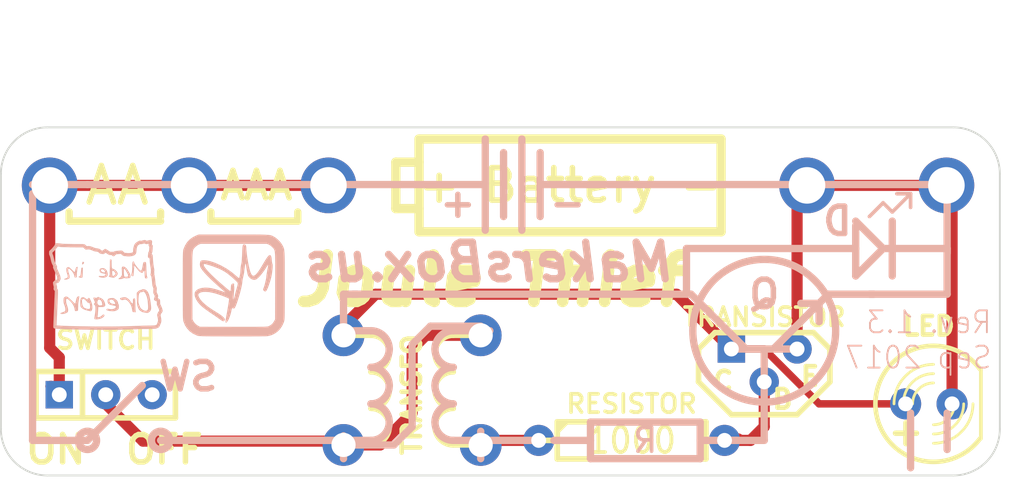
<source format=kicad_pcb>
(kicad_pcb (version 4) (host pcbnew 4.0.7)

  (general
    (links 12)
    (no_connects 0)
    (area 125.200715 95.899999 184.224939 126.440419)
    (thickness 1.6)
    (drawings 110)
    (tracks 38)
    (zones 0)
    (modules 8)
    (nets 7)
  )

  (page USLetter)
  (layers
    (0 F.Cu signal)
    (31 B.Cu signal)
    (32 B.Adhes user)
    (33 F.Adhes user)
    (34 B.Paste user)
    (35 F.Paste user)
    (36 B.SilkS user)
    (37 F.SilkS user)
    (38 B.Mask user)
    (39 F.Mask user)
    (40 Dwgs.User user)
    (41 Cmts.User user)
    (42 Eco1.User user)
    (43 Eco2.User user)
    (44 Edge.Cuts user)
  )

  (setup
    (last_trace_width 0.254)
    (user_trace_width 0.3048)
    (user_trace_width 0.4064)
    (user_trace_width 0.6096)
    (trace_clearance 0.254)
    (zone_clearance 0.508)
    (zone_45_only no)
    (trace_min 0.254)
    (segment_width 0.4)
    (edge_width 0.1)
    (via_size 0.889)
    (via_drill 0.635)
    (via_min_size 0.889)
    (via_min_drill 0.508)
    (uvia_size 0.508)
    (uvia_drill 0.127)
    (uvias_allowed no)
    (uvia_min_size 0.508)
    (uvia_min_drill 0.127)
    (pcb_text_width 0.3)
    (pcb_text_size 1.5 1.5)
    (mod_edge_width 0.15)
    (mod_text_size 1 1)
    (mod_text_width 0.15)
    (pad_size 3.048 3.048)
    (pad_drill 2)
    (pad_to_mask_clearance 0)
    (aux_axis_origin 0 0)
    (visible_elements 7FFFFFFF)
    (pcbplotparams
      (layerselection 0x010f0_80000001)
      (usegerberextensions true)
      (excludeedgelayer true)
      (linewidth 0.150000)
      (plotframeref false)
      (viasonmask false)
      (mode 1)
      (useauxorigin false)
      (hpglpennumber 1)
      (hpglpenspeed 20)
      (hpglpendiameter 15)
      (hpglpenoverlay 2)
      (psnegative false)
      (psa4output false)
      (plotreference true)
      (plotvalue true)
      (plotinvisibletext false)
      (padsonsilk false)
      (subtractmaskfromsilk false)
      (outputformat 1)
      (mirror false)
      (drillshape 0)
      (scaleselection 1)
      (outputdirectory gerbers/))
  )

  (net 0 "")
  (net 1 /GND)
  (net 2 N-000001)
  (net 3 N-000002)
  (net 4 N-000003)
  (net 5 N-000004)
  (net 6 N-000005)

  (net_class Default "This is the default net class."
    (clearance 0.254)
    (trace_width 0.254)
    (via_dia 0.889)
    (via_drill 0.635)
    (uvia_dia 0.508)
    (uvia_drill 0.127)
    (add_net /GND)
    (add_net N-000001)
    (add_net N-000002)
    (add_net N-000003)
    (add_net N-000004)
    (add_net N-000005)
  )

  (module BAT_CLIP (layer F.Cu) (tedit 59CB11CE) (tstamp 538B9F1D)
    (at 155.575 106.045)
    (path /536BD889)
    (fp_text reference BT1 (at 3.175 -2.54) (layer F.SilkS) hide
      (effects (font (size 1 1) (thickness 0.15)))
    )
    (fp_text value BATTERY (at 3.175 2.54) (layer F.SilkS) hide
      (effects (font (size 1 1) (thickness 0.15)))
    )
    (fp_text user AAA (at -13.335 0) (layer F.SilkS)
      (effects (font (size 1.5 1.5) (thickness 0.3)))
    )
    (fp_text user AA (at -20.955 0) (layer F.SilkS)
      (effects (font (size 2 2) (thickness 0.3)))
    )
    (fp_line (start -4.445 2.54) (end 12.065 2.54) (layer F.SilkS) (width 0.508))
    (fp_line (start -4.445 -2.54) (end 12.065 -2.54) (layer F.SilkS) (width 0.508))
    (fp_text user "+ Battery -" (at 3.81 0) (layer F.SilkS)
      (effects (font (size 1.778 1.778) (thickness 0.3048)))
    )
    (fp_line (start -4.445 -1.27) (end -5.715 -1.27) (layer F.SilkS) (width 0.508))
    (fp_line (start -5.715 -1.27) (end -5.715 1.27) (layer F.SilkS) (width 0.508))
    (fp_line (start -5.715 1.27) (end -4.445 1.27) (layer F.SilkS) (width 0.508))
    (fp_line (start -4.445 2.54) (end -4.445 -2.54) (layer F.SilkS) (width 0.508))
    (fp_line (start 12.065 -2.54) (end 12.065 2.54) (layer F.SilkS) (width 0.508))
    (pad 1 thru_hole circle (at -9.398 0) (size 3.048 3.048) (drill 2) (layers *.Cu *.Mask)
      (net 6 N-000005))
    (pad 1 thru_hole circle (at -17.018 0) (size 3.048 3.048) (drill 2) (layers *.Cu *.Mask)
      (net 6 N-000005))
    (pad 1 thru_hole circle (at -24.638 0) (size 3.048 3.048) (drill 2) (layers *.Cu *.Mask)
      (net 6 N-000005))
    (pad 2 thru_hole circle (at 16.764 0) (size 3.048 3.048) (drill 2) (layers *.Cu *.Mask)
      (net 1 /GND))
    (pad 2 thru_hole circle (at 24.384 0) (size 3.048 3.048) (drill 2) (layers *.Cu *.Mask)
      (net 1 /GND))
  )

  (module TRANS_JOULE_THIEF (layer F.Cu) (tedit 5701E791) (tstamp 537E53E7)
    (at 152 117.25 270)
    (path /536BD944)
    (fp_text reference T1 (at 0.254 -4.318 270) (layer F.SilkS) hide
      (effects (font (size 1 1) (thickness 0.15)))
    )
    (fp_text value TRANSFO (at 0.254 1.27 270) (layer F.SilkS)
      (effects (font (size 1 1) (thickness 0.25)))
    )
    (fp_line (start 3 3.5) (end 3 5) (layer F.SilkS) (width 0.3))
    (fp_line (start -3 3.5) (end -3 5) (layer F.SilkS) (width 0.3))
    (fp_line (start -3 -1) (end -3 -2.5) (layer F.SilkS) (width 0.3))
    (fp_line (start 3 -1) (end 3 -2.5) (layer F.SilkS) (width 0.3))
    (fp_arc (start 2 3.5) (end 2 2.5) (angle 90) (layer F.SilkS) (width 0.3))
    (fp_arc (start 2 3.5) (end 1 3.5) (angle 90) (layer F.SilkS) (width 0.3))
    (fp_arc (start 0 3.5) (end 0 2.5) (angle 90) (layer F.SilkS) (width 0.3))
    (fp_arc (start 0 3.5) (end -1 3.5) (angle 90) (layer F.SilkS) (width 0.3))
    (fp_arc (start -2 3.5) (end -2 2.5) (angle 90) (layer F.SilkS) (width 0.3))
    (fp_arc (start -2 3.5) (end -3 3.5) (angle 90) (layer F.SilkS) (width 0.3))
    (fp_arc (start 2 -1) (end 3 -1) (angle 90) (layer F.SilkS) (width 0.3))
    (fp_arc (start 2 -1) (end 2 0) (angle 90) (layer F.SilkS) (width 0.3))
    (fp_arc (start 0 -1) (end 1 -1) (angle 90) (layer F.SilkS) (width 0.3))
    (fp_arc (start 0 -1) (end 0 0) (angle 90) (layer F.SilkS) (width 0.3))
    (fp_arc (start -2 -1) (end -1 -1) (angle 90) (layer F.SilkS) (width 0.3))
    (fp_arc (start -2 -1) (end -2 0) (angle 90) (layer F.SilkS) (width 0.3))
    (pad 1 thru_hole circle (at -3 -2.5 270) (size 2.286 2.286) (drill 1.3208) (layers *.Cu B.Mask)
      (net 5 N-000004))
    (pad 2 thru_hole circle (at 3 -2.5 270) (size 2.286 2.286) (drill 1.3208) (layers *.Cu B.Mask)
      (net 4 N-000003))
    (pad 3 thru_hole circle (at -3 5 270) (size 2.286 2.286) (drill 1.3208) (layers *.Cu B.Mask)
      (net 2 N-000001))
    (pad 4 thru_hole circle (at 3 5 270) (size 2.286 2.286) (drill 1.3208) (layers *.Cu B.Mask)
      (net 5 N-000004))
  )

  (module LED-5MM (layer F.Cu) (tedit 570C3EAF) (tstamp 536BE01A)
    (at 179 118)
    (descr "LED 5mm - Lead pitch 100mil (2,54mm)")
    (tags "LED led 5mm 5MM 100mil 2,54mm")
    (path /536BDA2F)
    (fp_text reference LED (at 0 -4.25) (layer F.SilkS)
      (effects (font (size 1.016 1.016) (thickness 0.254)))
    )
    (fp_text value LED (at 0 3.81) (layer F.SilkS) hide
      (effects (font (size 0.762 0.762) (thickness 0.0889)))
    )
    (fp_line (start 2.8448 1.905) (end 2.8448 -1.905) (layer F.SilkS) (width 0.2032))
    (fp_arc (start 0.254 0) (end 2.794 1.905) (angle 286.2) (layer F.SilkS) (width 0.254))
    (fp_arc (start 0.254 0) (end -0.889 0) (angle 90) (layer F.SilkS) (width 0.1524))
    (fp_arc (start 0.254 0) (end 1.397 0) (angle 90) (layer F.SilkS) (width 0.1524))
    (fp_arc (start 0.254 0) (end -1.397 0) (angle 90) (layer F.SilkS) (width 0.1524))
    (fp_arc (start 0.254 0) (end 1.905 0) (angle 90) (layer F.SilkS) (width 0.1524))
    (fp_arc (start 0.254 0) (end -1.905 0) (angle 90) (layer F.SilkS) (width 0.1524))
    (fp_arc (start 0.254 0) (end 2.413 0) (angle 90) (layer F.SilkS) (width 0.1524))
    (pad 1 thru_hole circle (at -1.27 0) (size 1.7 1.7) (drill 0.8128) (layers *.Cu B.Mask)
      (net 2 N-000001))
    (pad 2 thru_hole circle (at 1.27 0) (size 1.7 1.7) (drill 0.8128) (layers *.Cu B.Mask)
      (net 1 /GND))
    (model discret/leds/led5_vertical_verde.wrl
      (at (xyz 0 0 0))
      (scale (xyz 1 1 1))
      (rotate (xyz 0 0 0))
    )
  )

  (module TO92-123 (layer F.Cu) (tedit 570C42B2) (tstamp 537E56AD)
    (at 170 115 135)
    (descr "Transistor TO92 brochage type BC237")
    (tags "TR TO92")
    (path /536BDA18)
    (fp_text reference Q1 (at 2.12132 1.414214 135) (layer F.SilkS) hide
      (effects (font (size 1.016 1.016) (thickness 0.2032)))
    )
    (fp_text value PN2222A (at -5.567759 -5.926969 225) (layer F.SilkS) hide
      (effects (font (size 1.016 1.016) (thickness 0.2032)))
    )
    (fp_line (start -1.27 2.54) (end 2.54 -1.27) (layer F.SilkS) (width 0.3048))
    (fp_line (start 2.54 -1.27) (end 2.54 -2.54) (layer F.SilkS) (width 0.3048))
    (fp_line (start 2.54 -2.54) (end 1.27 -3.81) (layer F.SilkS) (width 0.3048))
    (fp_line (start 1.27 -3.81) (end -1.27 -3.81) (layer F.SilkS) (width 0.3048))
    (fp_line (start -1.27 -3.81) (end -3.81 -1.27) (layer F.SilkS) (width 0.3048))
    (fp_line (start -3.81 -1.27) (end -3.81 1.27) (layer F.SilkS) (width 0.3048))
    (fp_line (start -3.81 1.27) (end -2.54 2.54) (layer F.SilkS) (width 0.3048))
    (fp_line (start -2.54 2.54) (end -1.27 2.54) (layer F.SilkS) (width 0.3048))
    (pad 3 thru_hole rect (at 1.27 -1.27 180) (size 1.5 1.5) (drill 0.8128) (layers *.Cu B.Mask)
      (net 2 N-000001))
    (pad 2 thru_hole circle (at -1.27 -1.27 135) (size 1.6 1.6) (drill 0.8128) (layers *.Cu B.Mask)
      (net 3 N-000002))
    (pad 1 thru_hole circle (at -1.27 1.27 135) (size 1.6 1.6) (drill 0.8128) (layers *.Cu B.Mask)
      (net 1 /GND))
    (model discret/to98.wrl
      (at (xyz 0 0 0))
      (scale (xyz 1 1 1))
      (rotate (xyz 0 0 0))
    )
  )

  (module R4 (layer F.Cu) (tedit 570C3E43) (tstamp 536BE102)
    (at 162.75 120)
    (descr "Resitance 4 pas")
    (tags R)
    (path /536BD99A)
    (autoplace_cost180 10)
    (fp_text reference R1 (at 0 0) (layer F.SilkS) hide
      (effects (font (size 1.016 1.016) (thickness 0.254)))
    )
    (fp_text value 1000 (at 0 0) (layer F.SilkS)
      (effects (font (size 1.397 1.27) (thickness 0.2032)))
    )
    (fp_line (start -5.08 0) (end -4.064 0) (layer F.SilkS) (width 0.3048))
    (fp_line (start -4.064 0) (end -4.064 -1.016) (layer F.SilkS) (width 0.3048))
    (fp_line (start -4.064 -1.016) (end 4.064 -1.016) (layer F.SilkS) (width 0.3048))
    (fp_line (start 4.064 -1.016) (end 4.064 1.016) (layer F.SilkS) (width 0.3048))
    (fp_line (start 4.064 1.016) (end -4.064 1.016) (layer F.SilkS) (width 0.3048))
    (fp_line (start -4.064 1.016) (end -4.064 0) (layer F.SilkS) (width 0.3048))
    (fp_line (start -4.064 -0.508) (end -3.556 -1.016) (layer F.SilkS) (width 0.3048))
    (fp_line (start 5.08 0) (end 4.064 0) (layer F.SilkS) (width 0.3048))
    (pad 1 thru_hole circle (at -5.08 0) (size 1.7 1.7) (drill 0.8128) (layers *.Cu B.Mask)
      (net 4 N-000003))
    (pad 2 thru_hole circle (at 5.08 0) (size 1.7 1.7) (drill 0.8128) (layers *.Cu B.Mask)
      (net 3 N-000002))
    (model discret/resistor.wrl
      (at (xyz 0 0 0))
      (scale (xyz 0.4 0.4 0.4))
      (rotate (xyz 0 0 0))
    )
  )

  (module MICROSWITCH_SPST (layer F.Cu) (tedit 570C42C2) (tstamp 538B9BF9)
    (at 134 117.5)
    (descr "Connecteur 3 pins")
    (tags "CONN DEV")
    (path /536BD975)
    (fp_text reference SW1 (at 5.588 0) (layer F.SilkS) hide
      (effects (font (size 1.016 1.016) (thickness 0.254)))
    )
    (fp_text value SPST (at 0 -2.54) (layer F.SilkS) hide
      (effects (font (size 1.016 1.016) (thickness 0.254)))
    )
    (fp_line (start -3.81 1.27) (end -3.81 -1.27) (layer F.SilkS) (width 0.3048))
    (fp_line (start -3.81 -1.27) (end 3.81 -1.27) (layer F.SilkS) (width 0.3048))
    (fp_line (start 3.81 -1.27) (end 3.81 1.27) (layer F.SilkS) (width 0.3048))
    (fp_line (start 3.81 1.27) (end -3.81 1.27) (layer F.SilkS) (width 0.3048))
    (fp_line (start -1.27 -1.27) (end -1.27 1.27) (layer F.SilkS) (width 0.3048))
    (pad 1 thru_hole rect (at -2.54 0) (size 1.5 1.5) (drill 0.8128) (layers *.Cu B.Mask)
      (net 6 N-000005))
    (pad 2 thru_hole circle (at 0 0) (size 1.6 1.6) (drill 0.8128) (layers *.Cu B.Mask)
      (net 5 N-000004))
    (pad 3 thru_hole circle (at 2.54 0) (size 1.6 1.6) (drill 0.8128) (layers *.Cu B.Mask))
    (model device/switch_slide_straight_terminal.wrl
      (at (xyz 0 0 0))
      (scale (xyz 0.33 0.33 0.33))
      (rotate (xyz 0 0 0))
    )
  )

  (module myFootPrints:MadeInOregonRev25 (layer F.Cu) (tedit 0) (tstamp 56F37FFB)
    (at 134 111.5)
    (fp_text reference VAL (at 0 0) (layer F.SilkS) hide
      (effects (font (size 1.143 1.143) (thickness 0.1778)))
    )
    (fp_text value MadeInOregonRev25 (at 0 0) (layer F.SilkS) hide
      (effects (font (size 1.143 1.143) (thickness 0.1778)))
    )
    (fp_poly (pts (xy -3.09626 -1.76022) (xy -3.09626 -1.72212) (xy -3.09372 -1.69672) (xy -3.09118 -1.67386)
      (xy -3.0861 -1.65608) (xy -3.07594 -1.63576) (xy -3.0734 -1.62814) (xy -3.0607 -1.6002)
      (xy -3.05054 -1.5748) (xy -3.04038 -1.54432) (xy -3.03022 -1.50876) (xy -3.02006 -1.46304)
      (xy -3.00736 -1.4097) (xy -3.00228 -1.39192) (xy -2.98704 -1.31826) (xy -2.96926 -1.2573)
      (xy -2.95402 -1.20396) (xy -2.9337 -1.15824) (xy -2.91338 -1.1176) (xy -2.91338 -1.74752)
      (xy -2.91338 -1.76276) (xy -2.91084 -1.77546) (xy -2.90322 -1.78816) (xy -2.89052 -1.8034)
      (xy -2.86766 -1.82118) (xy -2.8575 -1.83134) (xy -2.82956 -1.8542) (xy -2.80416 -1.8796)
      (xy -2.78638 -1.90246) (xy -2.77876 -1.91008) (xy -2.76606 -1.92786) (xy -2.74574 -1.95326)
      (xy -2.72034 -1.98374) (xy -2.69494 -2.01422) (xy -2.6924 -2.01676) (xy -2.66954 -2.0447)
      (xy -2.64922 -2.0701) (xy -2.63652 -2.08788) (xy -2.6289 -2.09804) (xy -2.6289 -2.10058)
      (xy -2.62382 -2.10566) (xy -2.60604 -2.10566) (xy -2.58064 -2.10566) (xy -2.55016 -2.10058)
      (xy -2.51968 -2.0955) (xy -2.50952 -2.09296) (xy -2.49682 -2.09042) (xy -2.48412 -2.08534)
      (xy -2.46888 -2.08534) (xy -2.4511 -2.0828) (xy -2.4257 -2.08026) (xy -2.39268 -2.07772)
      (xy -2.35458 -2.07772) (xy -2.30632 -2.07518) (xy -2.2479 -2.07518) (xy -2.17678 -2.07264)
      (xy -2.09296 -2.0701) (xy -2.03962 -2.0701) (xy -1.95326 -2.06756) (xy -1.8669 -2.06756)
      (xy -1.78054 -2.06502) (xy -1.69672 -2.06502) (xy -1.61798 -2.06248) (xy -1.54686 -2.06248)
      (xy -1.48336 -2.06248) (xy -1.4351 -2.06248) (xy -1.4224 -2.06248) (xy -1.22936 -2.06248)
      (xy -1.1684 -2.00152) (xy -1.10744 -1.9431) (xy -1.0668 -1.9431) (xy -1.03886 -1.9431)
      (xy -1.0033 -1.94564) (xy -0.97536 -1.95072) (xy -0.94234 -1.95326) (xy -0.91186 -1.95072)
      (xy -0.87884 -1.94564) (xy -0.8382 -1.93548) (xy -0.79248 -1.9177) (xy -0.7366 -1.89484)
      (xy -0.72136 -1.88976) (xy -0.67818 -1.86944) (xy -0.64516 -1.85674) (xy -0.61722 -1.84912)
      (xy -0.59182 -1.84404) (xy -0.56388 -1.83896) (xy -0.5461 -1.83642) (xy -0.50038 -1.83134)
      (xy -0.46482 -1.82626) (xy -0.43688 -1.81864) (xy -0.41656 -1.80848) (xy -0.39624 -1.79578)
      (xy -0.37592 -1.77546) (xy -0.37338 -1.77292) (xy -0.35052 -1.7526) (xy -0.32512 -1.73482)
      (xy -0.30734 -1.72212) (xy -0.30734 -1.72212) (xy -0.28702 -1.71704) (xy -0.25654 -1.71196)
      (xy -0.22098 -1.70434) (xy -0.18288 -1.7018) (xy -0.14986 -1.69672) (xy -0.12446 -1.69672)
      (xy -0.10922 -1.69926) (xy -0.09652 -1.70688) (xy -0.07366 -1.71958) (xy -0.05334 -1.73736)
      (xy -0.03048 -1.75768) (xy -0.01524 -1.7653) (xy -0.00508 -1.76784) (xy 0 -1.7653)
      (xy 0.01016 -1.75768) (xy 0.03048 -1.74498) (xy 0.05842 -1.7272) (xy 0.0889 -1.70688)
      (xy 0.09652 -1.7018) (xy 0.18288 -1.64846) (xy 0.25908 -1.64592) (xy 0.29464 -1.64338)
      (xy 0.3175 -1.64084) (xy 0.3302 -1.6383) (xy 0.34036 -1.63322) (xy 0.34544 -1.6256)
      (xy 0.34798 -1.62052) (xy 0.3683 -1.59766) (xy 0.39624 -1.58242) (xy 0.42672 -1.5748)
      (xy 0.4318 -1.5748) (xy 0.45974 -1.58242) (xy 0.48768 -1.6002) (xy 0.51562 -1.63068)
      (xy 0.52578 -1.64338) (xy 0.53848 -1.65608) (xy 0.5461 -1.66624) (xy 0.55626 -1.67386)
      (xy 0.56896 -1.68148) (xy 0.58928 -1.68402) (xy 0.61468 -1.6891) (xy 0.65278 -1.69418)
      (xy 0.70104 -1.69672) (xy 0.71628 -1.69926) (xy 0.8255 -1.70942) (xy 0.85598 -1.68148)
      (xy 0.89154 -1.64846) (xy 0.9271 -1.62306) (xy 0.95758 -1.60274) (xy 0.96774 -1.59766)
      (xy 0.9906 -1.59258) (xy 1.02362 -1.5875) (xy 1.0668 -1.58242) (xy 1.11252 -1.57734)
      (xy 1.16332 -1.57226) (xy 1.21158 -1.56972) (xy 1.2573 -1.56972) (xy 1.25984 -1.56972)
      (xy 1.3081 -1.56972) (xy 1.35128 -1.5748) (xy 1.39446 -1.57988) (xy 1.44272 -1.59004)
      (xy 1.48844 -1.6002) (xy 1.52146 -1.61036) (xy 1.54686 -1.62306) (xy 1.56972 -1.63576)
      (xy 1.59258 -1.65608) (xy 1.61798 -1.68148) (xy 1.63576 -1.7018) (xy 1.651 -1.72212)
      (xy 1.65862 -1.74498) (xy 1.66624 -1.77292) (xy 1.67386 -1.80848) (xy 1.6764 -1.85166)
      (xy 1.68148 -1.90246) (xy 1.6891 -1.9812) (xy 1.7018 -2.04978) (xy 1.72212 -2.10566)
      (xy 1.74752 -2.15138) (xy 1.75006 -2.15646) (xy 1.77546 -2.18186) (xy 1.81356 -2.2098)
      (xy 1.82626 -2.21742) (xy 1.8542 -2.23012) (xy 1.87706 -2.24028) (xy 1.89484 -2.24282)
      (xy 1.9177 -2.24282) (xy 1.92024 -2.24282) (xy 1.95834 -2.24282) (xy 2.00152 -2.25044)
      (xy 2.032 -2.25806) (xy 2.0701 -2.27076) (xy 2.09804 -2.27584) (xy 2.11582 -2.27838)
      (xy 2.13106 -2.2733) (xy 2.1463 -2.26822) (xy 2.15392 -2.26314) (xy 2.1844 -2.2479)
      (xy 2.22758 -2.24282) (xy 2.27584 -2.2479) (xy 2.29108 -2.25298) (xy 2.31394 -2.25806)
      (xy 2.33426 -2.26314) (xy 2.34188 -2.26314) (xy 2.34188 -2.25806) (xy 2.34442 -2.23774)
      (xy 2.34442 -2.21488) (xy 2.34442 -2.21234) (xy 2.34442 -2.1844) (xy 2.34696 -2.16408)
      (xy 2.35204 -2.1463) (xy 2.36474 -2.12852) (xy 2.3876 -2.0955) (xy 2.37998 -1.97612)
      (xy 2.37744 -1.9304) (xy 2.37236 -1.89738) (xy 2.36982 -1.87198) (xy 2.36474 -1.8542)
      (xy 2.35966 -1.83896) (xy 2.35204 -1.82372) (xy 2.34696 -1.8161) (xy 2.33172 -1.78562)
      (xy 2.3241 -1.75768) (xy 2.3241 -1.73736) (xy 2.32156 -1.70942) (xy 2.31902 -1.68656)
      (xy 2.31648 -1.67894) (xy 2.31394 -1.66116) (xy 2.30886 -1.63576) (xy 2.30886 -1.60274)
      (xy 2.30886 -1.59004) (xy 2.30886 -1.55702) (xy 2.30886 -1.5367) (xy 2.31394 -1.52146)
      (xy 2.32156 -1.5113) (xy 2.33172 -1.4986) (xy 2.33426 -1.49606) (xy 2.35458 -1.48082)
      (xy 2.3749 -1.4732) (xy 2.37744 -1.47066) (xy 2.3876 -1.47066) (xy 2.39268 -1.46558)
      (xy 2.39776 -1.45034) (xy 2.4003 -1.42494) (xy 2.40284 -1.39192) (xy 2.40538 -1.35382)
      (xy 2.40538 -1.33096) (xy 2.40792 -1.28778) (xy 2.413 -1.2319) (xy 2.42062 -1.16078)
      (xy 2.43332 -1.07442) (xy 2.4511 -0.97536) (xy 2.4511 -0.96774) (xy 2.45872 -0.92456)
      (xy 2.4638 -0.88392) (xy 2.46888 -0.85344) (xy 2.47142 -0.83058) (xy 2.47396 -0.82296)
      (xy 2.47396 -0.81026) (xy 2.47142 -0.7874) (xy 2.47142 -0.75692) (xy 2.46888 -0.72644)
      (xy 2.46888 -0.69342) (xy 2.46634 -0.66294) (xy 2.4638 -0.64262) (xy 2.46126 -0.635)
      (xy 2.4511 -0.6096) (xy 2.44856 -0.57912) (xy 2.4511 -0.54864) (xy 2.46126 -0.52324)
      (xy 2.4765 -0.51054) (xy 2.48412 -0.49784) (xy 2.49174 -0.47244) (xy 2.5019 -0.4318)
      (xy 2.50952 -0.37592) (xy 2.51968 -0.30734) (xy 2.5273 -0.2286) (xy 2.53238 -0.16764)
      (xy 2.53746 -0.1143) (xy 2.54254 -0.0635) (xy 2.54762 -0.02032) (xy 2.5527 0.01524)
      (xy 2.55524 0.04064) (xy 2.55778 0.05334) (xy 2.56794 0.07366) (xy 2.5781 0.1016)
      (xy 2.58826 0.127) (xy 2.59588 0.14732) (xy 2.6035 0.16256) (xy 2.60604 0.18034)
      (xy 2.60858 0.20066) (xy 2.60858 0.22606) (xy 2.60604 0.25908) (xy 2.6035 0.3048)
      (xy 2.6035 0.32512) (xy 2.60096 0.37084) (xy 2.60096 0.4064) (xy 2.60604 0.43434)
      (xy 2.61366 0.45974) (xy 2.62636 0.48768) (xy 2.64668 0.5207) (xy 2.66446 0.5588)
      (xy 2.67462 0.58674) (xy 2.6797 0.61468) (xy 2.67462 0.64262) (xy 2.66446 0.68072)
      (xy 2.65938 0.69088) (xy 2.64668 0.72898) (xy 2.63906 0.75946) (xy 2.63906 0.77978)
      (xy 2.6416 0.79756) (xy 2.64922 0.8128) (xy 2.64922 0.81534) (xy 2.66446 0.83058)
      (xy 2.68986 0.84836) (xy 2.72034 0.86614) (xy 2.75336 0.87884) (xy 2.77368 0.88646)
      (xy 2.794 0.89154) (xy 2.794 0.98044) (xy 2.794 1.07188) (xy 2.82448 1.13538)
      (xy 2.8575 1.20396) (xy 2.8829 1.26238) (xy 2.90322 1.31064) (xy 2.91592 1.3462)
      (xy 2.921 1.36652) (xy 2.92354 1.3843) (xy 2.92354 1.39954) (xy 2.91592 1.41478)
      (xy 2.90068 1.4351) (xy 2.90068 1.43764) (xy 2.87274 1.47828) (xy 2.84988 1.51638)
      (xy 2.8321 1.5621) (xy 2.82448 1.59004) (xy 2.80924 1.64338) (xy 2.8321 1.74244)
      (xy 2.84734 1.80848) (xy 2.85496 1.86182) (xy 2.86004 1.90754) (xy 2.86004 1.94818)
      (xy 2.85242 1.98628) (xy 2.84226 2.02438) (xy 2.84226 2.02438) (xy 2.82702 2.06756)
      (xy 2.81432 2.10566) (xy 2.79908 2.13868) (xy 2.78892 2.16154) (xy 2.77876 2.1717)
      (xy 2.77876 2.17424) (xy 2.7686 2.17678) (xy 2.74828 2.1844) (xy 2.74066 2.18948)
      (xy 2.7178 2.1971) (xy 2.68224 2.20472) (xy 2.63398 2.2098) (xy 2.57302 2.21234)
      (xy 2.49682 2.21488) (xy 2.40792 2.21742) (xy 2.30632 2.21742) (xy 2.29616 2.21742)
      (xy 2.24028 2.21996) (xy 2.17424 2.21996) (xy 2.10058 2.2225) (xy 2.02184 2.2225)
      (xy 1.9431 2.22504) (xy 1.86944 2.23012) (xy 1.84912 2.23012) (xy 1.6129 2.23774)
      (xy 1.38684 2.2479) (xy 1.16332 2.25298) (xy 0.9398 2.25806) (xy 0.71882 2.26314)
      (xy 0.4953 2.26568) (xy 0.26924 2.26822) (xy 0.03556 2.26822) (xy -0.2032 2.26822)
      (xy -0.45466 2.26822) (xy -0.71628 2.26568) (xy -0.84836 2.26314) (xy -1.03378 2.2606)
      (xy -1.20396 2.25806) (xy -1.36144 2.25552) (xy -1.50622 2.25298) (xy -1.64084 2.25044)
      (xy -1.7653 2.2479) (xy -1.88214 2.24536) (xy -1.98882 2.24282) (xy -2.08788 2.23774)
      (xy -2.17932 2.2352) (xy -2.26822 2.23266) (xy -2.35204 2.22758) (xy -2.39776 2.22504)
      (xy -2.46126 2.2225) (xy -2.51968 2.21742) (xy -2.57302 2.21488) (xy -2.61874 2.21234)
      (xy -2.65176 2.2098) (xy -2.67462 2.2098) (xy -2.68732 2.2098) (xy -2.68732 2.2098)
      (xy -2.68732 2.20218) (xy -2.68478 2.17932) (xy -2.68478 2.1463) (xy -2.68224 2.09804)
      (xy -2.6797 2.03962) (xy -2.67716 1.97104) (xy -2.67208 1.8923) (xy -2.66954 1.80594)
      (xy -2.66446 1.70942) (xy -2.65938 1.60782) (xy -2.65684 1.50114) (xy -2.65176 1.38684)
      (xy -2.64414 1.27) (xy -2.64414 1.25476) (xy -2.63906 1.11506) (xy -2.63398 0.98806)
      (xy -2.6289 0.87376) (xy -2.62382 0.77216) (xy -2.61874 0.68326) (xy -2.6162 0.60452)
      (xy -2.61366 0.53848) (xy -2.61112 0.47752) (xy -2.61112 0.42926) (xy -2.61112 0.38608)
      (xy -2.61112 0.35306) (xy -2.61112 0.32258) (xy -2.61112 0.29972) (xy -2.61366 0.28194)
      (xy -2.6162 0.2667) (xy -2.61874 0.25654) (xy -2.62128 0.24638) (xy -2.62636 0.23876)
      (xy -2.63144 0.23368) (xy -2.63652 0.22606) (xy -2.6416 0.21844) (xy -2.6543 0.2032)
      (xy -2.66192 0.18796) (xy -2.66446 0.17272) (xy -2.66192 0.14732) (xy -2.66192 0.13716)
      (xy -2.66192 0.1016) (xy -2.66446 0.06858) (xy -2.67462 0.02794) (xy -2.67462 0.0254)
      (xy -2.68732 -0.01778) (xy -2.69494 -0.04826) (xy -2.69748 -0.07112) (xy -2.69748 -0.08382)
      (xy -2.69494 -0.09398) (xy -2.68732 -0.09906) (xy -2.68732 -0.1016) (xy -2.66954 -0.10668)
      (xy -2.64668 -0.1143) (xy -2.63652 -0.1143) (xy -2.60858 -0.12192) (xy -2.58572 -0.13208)
      (xy -2.5654 -0.14732) (xy -2.54762 -0.17018) (xy -2.52476 -0.20574) (xy -2.50698 -0.2413)
      (xy -2.4638 -0.3302) (xy -2.47142 -0.40894) (xy -2.4765 -0.43942) (xy -2.48158 -0.46736)
      (xy -2.4892 -0.49276) (xy -2.49682 -0.5207) (xy -2.50952 -0.55626) (xy -2.52984 -0.59944)
      (xy -2.53492 -0.61214) (xy -2.55524 -0.66294) (xy -2.5781 -0.71374) (xy -2.60096 -0.76708)
      (xy -2.62128 -0.8128) (xy -2.63144 -0.83058) (xy -2.64668 -0.86868) (xy -2.65938 -0.89662)
      (xy -2.667 -0.91694) (xy -2.66954 -0.92964) (xy -2.667 -0.9398) (xy -2.667 -0.94996)
      (xy -2.65938 -0.97536) (xy -2.65938 -1.00584) (xy -2.66954 -1.03886) (xy -2.68732 -1.0795)
      (xy -2.71272 -1.12776) (xy -2.71526 -1.1303) (xy -2.73812 -1.17094) (xy -2.75844 -1.2065)
      (xy -2.77368 -1.23698) (xy -2.78384 -1.26746) (xy -2.79654 -1.30048) (xy -2.8067 -1.34112)
      (xy -2.81686 -1.38684) (xy -2.82702 -1.43256) (xy -2.84226 -1.49606) (xy -2.85496 -1.54686)
      (xy -2.86512 -1.5875) (xy -2.87528 -1.62052) (xy -2.88544 -1.64846) (xy -2.89306 -1.67132)
      (xy -2.90068 -1.68148) (xy -2.9083 -1.70942) (xy -2.91338 -1.7399) (xy -2.91338 -1.74752)
      (xy -2.91338 -1.1176) (xy -2.91084 -1.11506) (xy -2.90576 -1.09982) (xy -2.88798 -1.07188)
      (xy -2.87782 -1.04902) (xy -2.87274 -1.03632) (xy -2.87274 -1.02616) (xy -2.87782 -1.016)
      (xy -2.88036 -0.99822) (xy -2.8829 -0.98044) (xy -2.87782 -0.95758) (xy -2.8702 -0.92964)
      (xy -2.85496 -0.89408) (xy -2.83464 -0.84582) (xy -2.8194 -0.81534) (xy -2.78384 -0.73406)
      (xy -2.74828 -0.65786) (xy -2.72034 -0.58928) (xy -2.69494 -0.52832) (xy -2.67462 -0.47752)
      (xy -2.66192 -0.43688) (xy -2.6543 -0.40894) (xy -2.6543 -0.4064) (xy -2.64922 -0.37846)
      (xy -2.65176 -0.36068) (xy -2.65684 -0.34036) (xy -2.66446 -0.32766) (xy -2.67462 -0.30734)
      (xy -2.68732 -0.29464) (xy -2.70256 -0.28702) (xy -2.72542 -0.28194) (xy -2.73812 -0.2794)
      (xy -2.75336 -0.27686) (xy -2.77114 -0.2667) (xy -2.78892 -0.25146) (xy -2.81686 -0.22606)
      (xy -2.82448 -0.2159) (xy -2.84988 -0.1905) (xy -2.86766 -0.17272) (xy -2.87782 -0.16002)
      (xy -2.8829 -0.14732) (xy -2.8829 -0.13208) (xy -2.8829 -0.12192) (xy -2.88036 -0.06858)
      (xy -2.86766 -0.00762) (xy -2.85242 0.05588) (xy -2.8448 0.08382) (xy -2.84226 0.10668)
      (xy -2.84226 0.12954) (xy -2.8448 0.16002) (xy -2.84734 0.1651) (xy -2.84988 0.19812)
      (xy -2.84988 0.22606) (xy -2.84226 0.24892) (xy -2.82448 0.27686) (xy -2.8067 0.29972)
      (xy -2.78384 0.32766) (xy -2.82702 1.3081) (xy -2.8321 1.42748) (xy -2.83718 1.54432)
      (xy -2.84226 1.65608) (xy -2.84734 1.76276) (xy -2.84988 1.86182) (xy -2.85496 1.95326)
      (xy -2.8575 2.03708) (xy -2.86004 2.11074) (xy -2.86258 2.17424) (xy -2.86512 2.22758)
      (xy -2.86512 2.26822) (xy -2.86512 2.29616) (xy -2.86512 2.3114) (xy -2.86512 2.3114)
      (xy -2.85496 2.3368) (xy -2.83464 2.35966) (xy -2.81178 2.3749) (xy -2.8067 2.37744)
      (xy -2.794 2.37998) (xy -2.76606 2.38252) (xy -2.72796 2.38506) (xy -2.6797 2.39014)
      (xy -2.62128 2.39268) (xy -2.55778 2.39776) (xy -2.48412 2.4003) (xy -2.40792 2.40538)
      (xy -2.32664 2.40792) (xy -2.24536 2.413) (xy -2.16154 2.41554) (xy -2.08026 2.41808)
      (xy -1.99898 2.42062) (xy -1.92278 2.42316) (xy -1.85166 2.4257) (xy -1.80848 2.42824)
      (xy -1.74752 2.42824) (xy -1.67386 2.43078) (xy -1.59004 2.43078) (xy -1.4986 2.43332)
      (xy -1.397 2.43586) (xy -1.29032 2.43586) (xy -1.1811 2.4384) (xy -1.0668 2.4384)
      (xy -0.95504 2.44094) (xy -0.84582 2.44348) (xy -0.80264 2.44348) (xy -0.70104 2.44348)
      (xy -0.59944 2.44602) (xy -0.50038 2.44602) (xy -0.40386 2.44856) (xy -0.31496 2.44856)
      (xy -0.23114 2.44856) (xy -0.15748 2.4511) (xy -0.09398 2.4511) (xy -0.04064 2.4511)
      (xy 0 2.4511) (xy 0.02286 2.4511) (xy 0.05842 2.4511) (xy 0.10922 2.4511)
      (xy 0.17018 2.4511) (xy 0.2413 2.4511) (xy 0.3175 2.4511) (xy 0.39878 2.44856)
      (xy 0.4826 2.44856) (xy 0.56642 2.44602) (xy 0.60198 2.44602) (xy 0.75692 2.44348)
      (xy 0.90678 2.4384) (xy 1.0541 2.43586) (xy 1.1938 2.43078) (xy 1.32588 2.42824)
      (xy 1.45034 2.42316) (xy 1.56464 2.42062) (xy 1.66624 2.41808) (xy 1.7526 2.413)
      (xy 1.77038 2.413) (xy 1.82626 2.41046) (xy 1.8923 2.40792) (xy 1.96342 2.40792)
      (xy 2.03454 2.40538) (xy 2.10312 2.40538) (xy 2.12852 2.40538) (xy 2.19456 2.40538)
      (xy 2.26822 2.40284) (xy 2.3495 2.40284) (xy 2.42824 2.39776) (xy 2.50444 2.39522)
      (xy 2.54254 2.39522) (xy 2.75844 2.38252) (xy 2.82956 2.3495) (xy 2.86258 2.33172)
      (xy 2.88798 2.31902) (xy 2.90576 2.30632) (xy 2.91084 2.30124) (xy 2.92608 2.28092)
      (xy 2.94132 2.25044) (xy 2.96164 2.2098) (xy 2.97942 2.16662) (xy 2.9972 2.12344)
      (xy 3.01244 2.08534) (xy 3.02514 2.0447) (xy 3.03276 2.01168) (xy 3.03784 1.98628)
      (xy 3.04038 1.9558) (xy 3.04038 1.93548) (xy 3.0353 1.86182) (xy 3.0226 1.778)
      (xy 3.00736 1.70434) (xy 2.99974 1.66878) (xy 2.99974 1.64084) (xy 3.00736 1.61036)
      (xy 3.0226 1.57734) (xy 3.04546 1.53924) (xy 3.0607 1.52146) (xy 3.08356 1.4859)
      (xy 3.0988 1.4605) (xy 3.10642 1.4351) (xy 3.10896 1.4097) (xy 3.10642 1.37668)
      (xy 3.0988 1.33858) (xy 3.09118 1.3081) (xy 3.07848 1.26746) (xy 3.0607 1.22174)
      (xy 3.04038 1.1684) (xy 3.01498 1.1176) (xy 2.99466 1.07442) (xy 2.98704 1.05664)
      (xy 2.97942 1.0414) (xy 2.97688 1.02362) (xy 2.97434 1.0033) (xy 2.97434 0.97282)
      (xy 2.97434 0.93218) (xy 2.97434 0.9271) (xy 2.9718 0.87884) (xy 2.96926 0.8382)
      (xy 2.96418 0.81026) (xy 2.95148 0.7874) (xy 2.9337 0.76708) (xy 2.90576 0.7493)
      (xy 2.86766 0.72898) (xy 2.84734 0.71882) (xy 2.84734 0.7112) (xy 2.84988 0.69342)
      (xy 2.85496 0.66802) (xy 2.8575 0.6604) (xy 2.86258 0.61468) (xy 2.86258 0.5842)
      (xy 2.86258 0.57658) (xy 2.84988 0.5334) (xy 2.82956 0.48768) (xy 2.8067 0.44196)
      (xy 2.79908 0.42926) (xy 2.79146 0.41656) (xy 2.78638 0.40386) (xy 2.7813 0.38862)
      (xy 2.7813 0.37084) (xy 2.7813 0.34798) (xy 2.7813 0.3175) (xy 2.78638 0.27432)
      (xy 2.79146 0.22098) (xy 2.79146 0.21844) (xy 2.79146 0.19304) (xy 2.79146 0.16764)
      (xy 2.78384 0.1397) (xy 2.77622 0.11176) (xy 2.76352 0.07874) (xy 2.75336 0.04826)
      (xy 2.7432 0.0254) (xy 2.74066 0.02032) (xy 2.73558 0.00762) (xy 2.7305 -0.0127)
      (xy 2.72796 -0.04064) (xy 2.72288 -0.07874) (xy 2.7178 -0.12954) (xy 2.71272 -0.1905)
      (xy 2.7051 -0.25908) (xy 2.69748 -0.32512) (xy 2.68986 -0.38862) (xy 2.6797 -0.44958)
      (xy 2.67208 -0.50292) (xy 2.66446 -0.5461) (xy 2.6543 -0.57658) (xy 2.65176 -0.58674)
      (xy 2.65176 -0.60452) (xy 2.6543 -0.6223) (xy 2.65684 -0.6477) (xy 2.65176 -0.68326)
      (xy 2.65176 -0.68326) (xy 2.64668 -0.71628) (xy 2.64922 -0.75184) (xy 2.65176 -0.76962)
      (xy 2.6543 -0.79248) (xy 2.65684 -0.8128) (xy 2.6543 -0.83566) (xy 2.65176 -0.8636)
      (xy 2.64414 -0.90424) (xy 2.6416 -0.91948) (xy 2.62382 -1.01346) (xy 2.61112 -1.09982)
      (xy 2.60096 -1.1811) (xy 2.59334 -1.26238) (xy 2.58572 -1.35128) (xy 2.58064 -1.42748)
      (xy 2.5781 -1.49352) (xy 2.57302 -1.54432) (xy 2.57048 -1.58496) (xy 2.5654 -1.61544)
      (xy 2.56286 -1.6383) (xy 2.55524 -1.65608) (xy 2.54762 -1.66878) (xy 2.53746 -1.6764)
      (xy 2.52984 -1.68402) (xy 2.51714 -1.69418) (xy 2.51206 -1.70688) (xy 2.5146 -1.72466)
      (xy 2.52222 -1.75006) (xy 2.53238 -1.77546) (xy 2.53238 -1.77546) (xy 2.54 -1.78816)
      (xy 2.54254 -1.79832) (xy 2.54762 -1.81102) (xy 2.55016 -1.8288) (xy 2.5527 -1.85166)
      (xy 2.55524 -1.88214) (xy 2.55778 -1.92532) (xy 2.56286 -1.97866) (xy 2.56286 -2.0066)
      (xy 2.57302 -2.159) (xy 2.54762 -2.18948) (xy 2.52222 -2.21996) (xy 2.52984 -2.29616)
      (xy 2.53238 -2.34442) (xy 2.53238 -2.37998) (xy 2.52984 -2.40538) (xy 2.51968 -2.4257)
      (xy 2.50698 -2.44094) (xy 2.50444 -2.44348) (xy 2.4892 -2.45618) (xy 2.47142 -2.46126)
      (xy 2.44856 -2.4638) (xy 2.42062 -2.4638) (xy 2.38252 -2.45618) (xy 2.33172 -2.44602)
      (xy 2.32664 -2.44348) (xy 2.2352 -2.42316) (xy 2.19964 -2.44348) (xy 2.17424 -2.45618)
      (xy 2.15138 -2.4638) (xy 2.12344 -2.4638) (xy 2.09296 -2.45872) (xy 2.04978 -2.4511)
      (xy 2.0193 -2.44348) (xy 1.98374 -2.43332) (xy 1.9558 -2.4257) (xy 1.93802 -2.42316)
      (xy 1.92024 -2.4257) (xy 1.90754 -2.42824) (xy 1.88722 -2.43078) (xy 1.86944 -2.43078)
      (xy 1.84912 -2.42824) (xy 1.82372 -2.41808) (xy 1.79324 -2.40284) (xy 1.76022 -2.38506)
      (xy 1.71958 -2.3622) (xy 1.6891 -2.34442) (xy 1.66624 -2.32664) (xy 1.64846 -2.3114)
      (xy 1.63068 -2.29362) (xy 1.6129 -2.27076) (xy 1.59258 -2.2479) (xy 1.57734 -2.22504)
      (xy 1.56718 -2.20472) (xy 1.55702 -2.17932) (xy 1.54432 -2.1463) (xy 1.53162 -2.10312)
      (xy 1.52908 -2.09296) (xy 1.51638 -2.0447) (xy 1.50876 -2.00406) (xy 1.50368 -1.96596)
      (xy 1.4986 -1.92278) (xy 1.4986 -1.90754) (xy 1.49606 -1.86182) (xy 1.49352 -1.8288)
      (xy 1.4859 -1.80594) (xy 1.4732 -1.7907) (xy 1.45288 -1.778) (xy 1.4224 -1.77038)
      (xy 1.39446 -1.76276) (xy 1.3335 -1.7526) (xy 1.26238 -1.74752) (xy 1.18364 -1.75006)
      (xy 1.10998 -1.75768) (xy 1.03124 -1.7653) (xy 0.9652 -1.82372) (xy 0.9398 -1.84912)
      (xy 0.9144 -1.8669) (xy 0.89408 -1.88214) (xy 0.88392 -1.88722) (xy 0.86868 -1.88722)
      (xy 0.84328 -1.88722) (xy 0.80518 -1.88722) (xy 0.762 -1.88214) (xy 0.7112 -1.8796)
      (xy 0.6604 -1.87452) (xy 0.6096 -1.86944) (xy 0.56642 -1.86436) (xy 0.52324 -1.85674)
      (xy 0.49276 -1.85166) (xy 0.47244 -1.8415) (xy 0.45974 -1.83642) (xy 0.44958 -1.8288)
      (xy 0.43942 -1.82372) (xy 0.42418 -1.82118) (xy 0.40386 -1.82118) (xy 0.37592 -1.82118)
      (xy 0.33782 -1.82118) (xy 0.23622 -1.82372) (xy 0.13208 -1.8923) (xy 0.09398 -1.9177)
      (xy 0.06096 -1.93802) (xy 0.03302 -1.9558) (xy 0.0127 -1.96596) (xy 0.00508 -1.97104)
      (xy -0.02286 -1.97866) (xy -0.04826 -1.97358) (xy -0.07874 -1.95834) (xy -0.1143 -1.92786)
      (xy -0.11684 -1.92532) (xy -0.1397 -1.905) (xy -0.15748 -1.8923) (xy -0.17272 -1.88468)
      (xy -0.18796 -1.88214) (xy -0.19304 -1.88214) (xy -0.21082 -1.88468) (xy -0.22352 -1.88722)
      (xy -0.2413 -1.89992) (xy -0.26162 -1.9177) (xy -0.27178 -1.92786) (xy -0.30226 -1.95326)
      (xy -0.33528 -1.97358) (xy -0.37338 -1.98882) (xy -0.41656 -1.99898) (xy -0.47244 -2.00914)
      (xy -0.50038 -2.01168) (xy -0.53848 -2.01676) (xy -0.56896 -2.02438) (xy -0.59944 -2.03454)
      (xy -0.635 -2.04724) (xy -0.66548 -2.05994) (xy -0.70866 -2.07772) (xy -0.75692 -2.0955)
      (xy -0.80264 -2.11074) (xy -0.83058 -2.11836) (xy -0.86868 -2.12598) (xy -0.89662 -2.1336)
      (xy -0.91948 -2.1336) (xy -0.94234 -2.1336) (xy -0.97282 -2.13106) (xy -1.03378 -2.12344)
      (xy -1.0922 -2.17678) (xy -1.12776 -2.2098) (xy -1.1557 -2.23012) (xy -1.17348 -2.2352)
      (xy -1.18618 -2.23774) (xy -1.21412 -2.23774) (xy -1.24968 -2.24028) (xy -1.2954 -2.24028)
      (xy -1.3462 -2.24028) (xy -1.40208 -2.24028) (xy -1.40462 -2.24028) (xy -1.48844 -2.24028)
      (xy -1.57734 -2.24282) (xy -1.66878 -2.24282) (xy -1.76022 -2.24282) (xy -1.85166 -2.24536)
      (xy -1.94056 -2.2479) (xy -2.02438 -2.2479) (xy -2.10566 -2.25044) (xy -2.18186 -2.25298)
      (xy -2.25044 -2.25552) (xy -2.30886 -2.25806) (xy -2.35966 -2.2606) (xy -2.39776 -2.26314)
      (xy -2.42316 -2.26568) (xy -2.43586 -2.26822) (xy -2.45364 -2.27076) (xy -2.48666 -2.27584)
      (xy -2.52476 -2.28092) (xy -2.5654 -2.28346) (xy -2.58572 -2.286) (xy -2.63144 -2.28854)
      (xy -2.66446 -2.29108) (xy -2.68732 -2.29108) (xy -2.7051 -2.29108) (xy -2.7178 -2.28854)
      (xy -2.72796 -2.28346) (xy -2.7305 -2.28092) (xy -2.7559 -2.2606) (xy -2.77876 -2.22758)
      (xy -2.78892 -2.19202) (xy -2.79654 -2.17678) (xy -2.81178 -2.15392) (xy -2.8321 -2.13106)
      (xy -2.83718 -2.12344) (xy -2.86258 -2.09296) (xy -2.88544 -2.06502) (xy -2.90576 -2.04216)
      (xy -2.9083 -2.03708) (xy -2.92354 -2.0193) (xy -2.94894 -1.9939) (xy -2.97688 -1.96596)
      (xy -3.00482 -1.93802) (xy -3.03276 -1.91262) (xy -3.05816 -1.88976) (xy -3.07594 -1.87198)
      (xy -3.0861 -1.85928) (xy -3.0861 -1.85928) (xy -3.09118 -1.8415) (xy -3.09626 -1.81102)
      (xy -3.09626 -1.77038) (xy -3.09626 -1.76022) (xy -3.09626 -1.76022)) (layer B.SilkS) (width 0.00254))
    (fp_poly (pts (xy -0.67056 0.70358) (xy -0.67056 0.72136) (xy -0.66802 0.72644) (xy -0.66548 0.74676)
      (xy -0.65532 0.7747) (xy -0.64262 0.80772) (xy -0.63246 0.83312) (xy -0.61468 0.8763)
      (xy -0.60198 0.90932) (xy -0.59436 0.93218) (xy -0.59182 0.94996) (xy -0.5969 0.9652)
      (xy -0.60198 0.9779) (xy -0.61722 0.99568) (xy -0.63246 1.01092) (xy -0.64516 1.02362)
      (xy -0.6477 1.03632) (xy -0.64262 1.05156) (xy -0.62484 1.07188) (xy -0.6223 1.07696)
      (xy -0.59944 1.10236) (xy -0.5842 1.12522) (xy -0.57404 1.14554) (xy -0.56896 1.17348)
      (xy -0.56388 1.2065) (xy -0.56134 1.24968) (xy -0.56134 1.26238) (xy -0.56134 1.31572)
      (xy -0.56134 1.36652) (xy -0.56642 1.41986) (xy -0.5715 1.47828) (xy -0.58166 1.54686)
      (xy -0.59182 1.62306) (xy -0.59944 1.66116) (xy -0.60706 1.71704) (xy -0.61468 1.76022)
      (xy -0.61722 1.79324) (xy -0.61976 1.8161) (xy -0.61722 1.83388) (xy -0.61468 1.84658)
      (xy -0.6096 1.85674) (xy -0.6096 1.85928) (xy -0.60198 1.8669) (xy -0.59436 1.86944)
      (xy -0.58166 1.87198) (xy -0.56134 1.87452) (xy -0.53086 1.87452) (xy -0.51308 1.87452)
      (xy -0.47752 1.87452) (xy -0.45974 1.87198) (xy -0.45974 0.94234) (xy -0.45212 0.89662)
      (xy -0.43688 0.85344) (xy -0.41402 0.81788) (xy -0.40894 0.81026) (xy -0.38354 0.79502)
      (xy -0.35306 0.79248) (xy -0.32258 0.8001) (xy -0.2921 0.81788) (xy -0.26162 0.84582)
      (xy -0.23622 0.87884) (xy -0.21844 0.91948) (xy -0.21336 0.92964) (xy -0.20828 0.9525)
      (xy -0.2032 0.98044) (xy -0.19812 1.01092) (xy -0.19304 1.0414) (xy -0.1905 1.06934)
      (xy -0.18796 1.08712) (xy -0.1905 1.09728) (xy -0.20066 1.09982) (xy -0.22098 1.1049)
      (xy -0.24892 1.10998) (xy -0.2794 1.11252) (xy -0.30734 1.11506) (xy -0.3302 1.1176)
      (xy -0.34036 1.1176) (xy -0.36322 1.10998) (xy -0.38862 1.09474) (xy -0.39878 1.08458)
      (xy -0.4191 1.06172) (xy -0.43688 1.03886) (xy -0.44196 1.02616) (xy -0.4572 0.98806)
      (xy -0.45974 0.94234) (xy -0.45974 1.87198) (xy -0.4445 1.87198) (xy -0.42164 1.87198)
      (xy -0.41148 1.86944) (xy -0.37338 1.86182) (xy -0.3302 1.85166) (xy -0.28448 1.83642)
      (xy -0.24384 1.82372) (xy -0.21336 1.80848) (xy -0.20828 1.80848) (xy -0.17018 1.78562)
      (xy -0.13462 1.75768) (xy -0.10414 1.7272) (xy -0.08382 1.69926) (xy -0.07112 1.67386)
      (xy -0.07112 1.651) (xy -0.07112 1.651) (xy -0.08382 1.63068) (xy -0.10414 1.6129)
      (xy -0.12446 1.60528) (xy -0.12446 1.60528) (xy -0.1397 1.6129) (xy -0.16256 1.62814)
      (xy -0.19558 1.65608) (xy -0.20066 1.65862) (xy -0.24384 1.69672) (xy -0.28702 1.72466)
      (xy -0.3302 1.74498) (xy -0.37084 1.75768) (xy -0.40386 1.76276) (xy -0.4318 1.75514)
      (xy -0.43942 1.75006) (xy -0.44958 1.74244) (xy -0.45212 1.73482) (xy -0.45212 1.71958)
      (xy -0.44704 1.69672) (xy -0.4445 1.69418) (xy -0.44196 1.67386) (xy -0.43688 1.64338)
      (xy -0.4318 1.60274) (xy -0.42926 1.55194) (xy -0.42418 1.4859) (xy -0.4191 1.4097)
      (xy -0.41402 1.31826) (xy -0.41148 1.29286) (xy -0.4064 1.20142) (xy -0.27178 1.20142)
      (xy -0.21336 1.20142) (xy -0.17018 1.20142) (xy -0.13462 1.19888) (xy -0.10668 1.19126)
      (xy -0.08636 1.18364) (xy -0.06858 1.1684) (xy -0.0508 1.15316) (xy -0.04572 1.14808)
      (xy -0.03048 1.12776) (xy -0.0254 1.11506) (xy -0.0254 1.09474) (xy -0.02794 1.08458)
      (xy -0.04318 0.99822) (xy -0.06858 0.92202) (xy -0.1016 0.85598) (xy -0.14224 0.8001)
      (xy -0.1524 0.78994) (xy -0.18796 0.75692) (xy -0.22352 0.73406) (xy -0.26416 0.71374)
      (xy -0.29718 0.70104) (xy -0.3302 0.68834) (xy -0.36322 0.6731) (xy -0.37846 0.66548)
      (xy -0.4191 0.64262) (xy -0.44704 0.66548) (xy -0.4699 0.68326) (xy -0.49022 0.69596)
      (xy -0.51308 0.6985) (xy -0.54102 0.69596) (xy -0.57404 0.69088) (xy -0.60706 0.68326)
      (xy -0.62992 0.68326) (xy -0.64516 0.68326) (xy -0.65532 0.6858) (xy -0.66802 0.69342)
      (xy -0.67056 0.70358) (xy -0.67056 0.70358)) (layer B.SilkS) (width 0.00254))
    (fp_poly (pts (xy -2.47904 1.55448) (xy -2.47142 1.56464) (xy -2.47142 1.56718) (xy -2.45364 1.5748)
      (xy -2.4257 1.57988) (xy -2.39014 1.58242) (xy -2.3495 1.57988) (xy -2.30886 1.57734)
      (xy -2.29108 1.57226) (xy -2.24536 1.5621) (xy -2.1971 1.54686) (xy -2.15392 1.52654)
      (xy -2.11836 1.50622) (xy -2.0955 1.49098) (xy -2.08026 1.47828) (xy -2.07264 1.46558)
      (xy -2.06756 1.44526) (xy -2.06248 1.41986) (xy -2.05994 1.41224) (xy -2.0574 1.35636)
      (xy -2.06248 1.30048) (xy -2.07518 1.23698) (xy -2.09804 1.16586) (xy -2.10312 1.14808)
      (xy -2.13106 1.0668) (xy -2.15138 0.99568) (xy -2.16408 0.93218) (xy -2.16916 0.87376)
      (xy -2.16916 0.86614) (xy -2.16662 0.81788) (xy -2.159 0.77978) (xy -2.1463 0.75692)
      (xy -2.12598 0.74676) (xy -2.10058 0.75184) (xy -2.0955 0.75184) (xy -2.07772 0.76454)
      (xy -2.04978 0.78486) (xy -2.0193 0.81026) (xy -1.98628 0.8382) (xy -1.95326 0.86868)
      (xy -1.92278 0.89662) (xy -1.91516 0.90678) (xy -1.8415 0.99314) (xy -1.78308 1.08458)
      (xy -1.73736 1.17602) (xy -1.70688 1.27) (xy -1.69672 1.3335) (xy -1.69164 1.36398)
      (xy -1.68402 1.39192) (xy -1.6764 1.4097) (xy -1.6764 1.4097) (xy -1.66878 1.41986)
      (xy -1.66116 1.4224) (xy -1.64592 1.42494) (xy -1.62306 1.4224) (xy -1.59258 1.41732)
      (xy -1.55702 1.41224) (xy -1.51892 1.40462) (xy -1.51384 1.32334) (xy -1.5113 1.28016)
      (xy -1.5113 1.22936) (xy -1.50876 1.1811) (xy -1.50876 1.16078) (xy -1.50876 1.11252)
      (xy -1.50622 1.06426) (xy -1.50114 1.016) (xy -1.49606 0.96266) (xy -1.4859 0.89916)
      (xy -1.47574 0.82804) (xy -1.46812 0.78232) (xy -1.4605 0.7366) (xy -1.45542 0.69596)
      (xy -1.45034 0.6604) (xy -1.4478 0.63754) (xy -1.4478 0.62484) (xy -1.4478 0.6223)
      (xy -1.45796 0.61468) (xy -1.47574 0.61214) (xy -1.50114 0.61722) (xy -1.52654 0.62992)
      (xy -1.54686 0.64516) (xy -1.56464 0.66548) (xy -1.57988 0.69342) (xy -1.59512 0.73152)
      (xy -1.61036 0.77978) (xy -1.62306 0.84328) (xy -1.6256 0.84836) (xy -1.6383 0.9017)
      (xy -1.64592 0.94488) (xy -1.65608 0.97536) (xy -1.66116 0.99568) (xy -1.66624 1.00838)
      (xy -1.67132 1.01346) (xy -1.6764 1.016) (xy -1.6764 1.016) (xy -1.68402 1.01092)
      (xy -1.7018 0.99568) (xy -1.7272 0.97536) (xy -1.75768 0.94742) (xy -1.79324 0.9144)
      (xy -1.83134 0.8763) (xy -1.83388 0.87376) (xy -1.89992 0.81026) (xy -1.9558 0.75946)
      (xy -2.00152 0.71628) (xy -2.04216 0.68326) (xy -2.07772 0.65786) (xy -2.10566 0.64008)
      (xy -2.13106 0.62992) (xy -2.15392 0.62484) (xy -2.17678 0.62738) (xy -2.19964 0.63246)
      (xy -2.2225 0.64516) (xy -2.24282 0.65786) (xy -2.26822 0.67564) (xy -2.286 0.69342)
      (xy -2.29616 0.71882) (xy -2.30378 0.7493) (xy -2.30632 0.78994) (xy -2.30886 0.83566)
      (xy -2.30632 0.90424) (xy -2.30124 0.96266) (xy -2.28854 1.01346) (xy -2.27076 1.0668)
      (xy -2.26314 1.08712) (xy -2.24028 1.14808) (xy -2.2225 1.20904) (xy -2.21234 1.26746)
      (xy -2.20472 1.3208) (xy -2.20726 1.36906) (xy -2.21234 1.39954) (xy -2.21996 1.41732)
      (xy -2.23266 1.43256) (xy -2.25298 1.4478) (xy -2.28092 1.4605) (xy -2.31902 1.47574)
      (xy -2.3622 1.49098) (xy -2.39776 1.50368) (xy -2.42824 1.51638) (xy -2.45364 1.52908)
      (xy -2.4638 1.5367) (xy -2.4765 1.54686) (xy -2.47904 1.55448) (xy -2.47904 1.55448)) (layer B.SilkS) (width 0.00254))
    (fp_poly (pts (xy 1.69672 0.45974) (xy 1.69672 0.49784) (xy 1.69672 0.54356) (xy 1.69926 0.59944)
      (xy 1.7018 0.65786) (xy 1.7018 0.72136) (xy 1.70434 0.78486) (xy 1.70688 0.84836)
      (xy 1.70942 0.90678) (xy 1.71196 0.96012) (xy 1.7145 1.0033) (xy 1.71704 1.03886)
      (xy 1.71958 1.05664) (xy 1.7272 1.11252) (xy 1.74244 1.16332) (xy 1.7526 1.19634)
      (xy 1.76784 1.22936) (xy 1.78054 1.26238) (xy 1.78562 1.27762) (xy 1.78562 0.90424)
      (xy 1.78562 0.86614) (xy 1.78816 0.81788) (xy 1.78816 0.77978) (xy 1.7907 0.70358)
      (xy 1.79578 0.63754) (xy 1.80086 0.5842) (xy 1.80848 0.54102) (xy 1.8161 0.50292)
      (xy 1.8288 0.47244) (xy 1.83642 0.4572) (xy 1.85674 0.42418) (xy 1.8796 0.40386)
      (xy 1.91262 0.39116) (xy 1.95326 0.38862) (xy 1.95326 0.38862) (xy 1.9812 0.38862)
      (xy 1.99898 0.38354) (xy 2.01168 0.37592) (xy 2.01676 0.37084) (xy 2.03708 0.35306)
      (xy 2.05994 0.35052) (xy 2.0828 0.36068) (xy 2.11074 0.38354) (xy 2.11836 0.39116)
      (xy 2.15646 0.43942) (xy 2.19202 0.50038) (xy 2.2225 0.57404) (xy 2.25044 0.65532)
      (xy 2.2733 0.74676) (xy 2.286 0.80772) (xy 2.29362 0.86614) (xy 2.30124 0.92964)
      (xy 2.30632 0.99568) (xy 2.3114 1.06172) (xy 2.31394 1.12522) (xy 2.31648 1.18364)
      (xy 2.31648 1.23698) (xy 2.31394 1.28016) (xy 2.30886 1.31064) (xy 2.30886 1.31572)
      (xy 2.29362 1.34874) (xy 2.26822 1.37922) (xy 2.24028 1.39954) (xy 2.22758 1.40208)
      (xy 2.20726 1.40716) (xy 2.19202 1.4097) (xy 2.17424 1.4097) (xy 2.15138 1.40716)
      (xy 2.14376 1.40462) (xy 2.09296 1.38938) (xy 2.03962 1.36398) (xy 1.98882 1.3335)
      (xy 1.94564 1.29794) (xy 1.91008 1.25984) (xy 1.90246 1.24968) (xy 1.88976 1.22682)
      (xy 1.87452 1.1938) (xy 1.85674 1.15316) (xy 1.83896 1.10998) (xy 1.82118 1.0668)
      (xy 1.80594 1.02616) (xy 1.79578 0.99568) (xy 1.79578 0.99314) (xy 1.79324 0.97536)
      (xy 1.78816 0.95504) (xy 1.78816 0.93218) (xy 1.78562 0.90424) (xy 1.78562 1.27762)
      (xy 1.7907 1.29286) (xy 1.79324 1.29794) (xy 1.81356 1.33096) (xy 1.84404 1.36906)
      (xy 1.88468 1.40462) (xy 1.93294 1.44018) (xy 1.94818 1.4478) (xy 1.9685 1.4605)
      (xy 1.98882 1.47066) (xy 2.00914 1.47828) (xy 2.032 1.4859) (xy 2.06248 1.49098)
      (xy 2.10058 1.4986) (xy 2.15138 1.50876) (xy 2.159 1.50876) (xy 2.20726 1.51638)
      (xy 2.24028 1.52146) (xy 2.26822 1.524) (xy 2.28854 1.52146) (xy 2.30632 1.51892)
      (xy 2.3241 1.5113) (xy 2.32918 1.50876) (xy 2.3622 1.48844) (xy 2.39776 1.4605)
      (xy 2.42824 1.42748) (xy 2.4511 1.39446) (xy 2.45364 1.38938) (xy 2.46634 1.36398)
      (xy 2.47396 1.33604) (xy 2.47904 1.3081) (xy 2.48158 1.27254) (xy 2.48158 1.2319)
      (xy 2.47904 1.18364) (xy 2.47396 1.12522) (xy 2.46634 1.05664) (xy 2.45618 0.97536)
      (xy 2.44856 0.92964) (xy 2.43332 0.81788) (xy 2.413 0.71882) (xy 2.39522 0.62992)
      (xy 2.3749 0.55626) (xy 2.35458 0.49022) (xy 2.32918 0.43434) (xy 2.30378 0.38354)
      (xy 2.27584 0.3429) (xy 2.25044 0.31242) (xy 2.20472 0.27178) (xy 2.15392 0.24384)
      (xy 2.09804 0.2286) (xy 2.0447 0.22352) (xy 2.01676 0.22606) (xy 1.99898 0.23114)
      (xy 1.9812 0.2413) (xy 1.9812 0.24384) (xy 1.9558 0.25908) (xy 1.92024 0.2667)
      (xy 1.91262 0.26924) (xy 1.87706 0.27432) (xy 1.84404 0.28956) (xy 1.81102 0.31242)
      (xy 1.77292 0.34544) (xy 1.75006 0.3683) (xy 1.72466 0.3937) (xy 1.70942 0.41148)
      (xy 1.7018 0.42672) (xy 1.69672 0.43942) (xy 1.69672 0.45466) (xy 1.69672 0.45974)
      (xy 1.69672 0.45974)) (layer B.SilkS) (width 0.00254))
    (fp_poly (pts (xy 0.77978 0.74168) (xy 0.7874 0.75946) (xy 0.8001 0.7747) (xy 0.83566 0.80264)
      (xy 0.87376 0.81788) (xy 0.91948 0.82042) (xy 0.97028 0.81026) (xy 0.98298 0.80772)
      (xy 1.0287 0.79502) (xy 1.07188 0.79248) (xy 1.10998 0.80264) (xy 1.15062 0.8255)
      (xy 1.1938 0.86106) (xy 1.22428 0.889) (xy 1.28778 0.96266) (xy 1.33858 1.03378)
      (xy 1.37922 1.10998) (xy 1.4097 1.18872) (xy 1.43256 1.27762) (xy 1.44526 1.34366)
      (xy 1.45288 1.39446) (xy 1.4605 1.43002) (xy 1.46812 1.45542) (xy 1.47574 1.46812)
      (xy 1.48336 1.4732) (xy 1.49352 1.47574) (xy 1.51638 1.47828) (xy 1.54686 1.48336)
      (xy 1.56464 1.48336) (xy 1.6383 1.48844) (xy 1.63322 1.45034) (xy 1.63068 1.4351)
      (xy 1.63068 1.40462) (xy 1.62814 1.36398) (xy 1.6256 1.31572) (xy 1.6256 1.2573)
      (xy 1.62306 1.19634) (xy 1.62052 1.1303) (xy 1.62052 1.10998) (xy 1.62052 1.04394)
      (xy 1.61798 0.98044) (xy 1.61544 0.92456) (xy 1.6129 0.87376) (xy 1.61036 0.83312)
      (xy 1.61036 0.80264) (xy 1.60782 0.78486) (xy 1.60782 0.78232) (xy 1.59512 0.7493)
      (xy 1.57734 0.73152) (xy 1.55702 0.72644) (xy 1.5367 0.73406) (xy 1.52146 0.74422)
      (xy 1.50114 0.76962) (xy 1.49098 0.79502) (xy 1.48844 0.82296) (xy 1.49098 0.84582)
      (xy 1.49098 0.87122) (xy 1.49098 0.9017) (xy 1.48844 0.93218) (xy 1.4859 0.9652)
      (xy 1.48082 0.9906) (xy 1.47574 1.00838) (xy 1.47066 1.016) (xy 1.45796 1.01092)
      (xy 1.44018 0.99568) (xy 1.41986 0.97536) (xy 1.39446 0.94996) (xy 1.37414 0.92456)
      (xy 1.35382 0.89916) (xy 1.34112 0.88138) (xy 1.34112 0.87884) (xy 1.31826 0.84074)
      (xy 1.28778 0.80264) (xy 1.24714 0.76454) (xy 1.20142 0.72898) (xy 1.1557 0.6985)
      (xy 1.11252 0.67818) (xy 1.1049 0.67564) (xy 1.06426 0.66802) (xy 1.016 0.66548)
      (xy 0.96012 0.67056) (xy 0.9017 0.68072) (xy 0.87884 0.68834) (xy 0.83312 0.70104)
      (xy 0.80264 0.71374) (xy 0.78486 0.72644) (xy 0.77978 0.74168) (xy 0.77978 0.74168)) (layer B.SilkS) (width 0.00254))
    (fp_poly (pts (xy 0.0381 1.34112) (xy 0.0381 1.35636) (xy 0.04572 1.36652) (xy 0.0635 1.37922)
      (xy 0.06604 1.38176) (xy 0.1016 1.39446) (xy 0.14732 1.40716) (xy 0.20066 1.41732)
      (xy 0.25908 1.42494) (xy 0.32004 1.43002) (xy 0.381 1.43256) (xy 0.43688 1.43002)
      (xy 0.4826 1.42494) (xy 0.49784 1.4224) (xy 0.55626 1.40462) (xy 0.6096 1.37922)
      (xy 0.65532 1.34874) (xy 0.68834 1.31572) (xy 0.70358 1.29032) (xy 0.7112 1.26746)
      (xy 0.71374 1.23444) (xy 0.71628 1.20142) (xy 0.71882 1.16332) (xy 0.71628 1.12522)
      (xy 0.71374 1.0922) (xy 0.70866 1.0668) (xy 0.70104 1.04902) (xy 0.69342 1.04648)
      (xy 0.68834 1.03886) (xy 0.68072 1.02362) (xy 0.67564 1.00076) (xy 0.6731 0.98044)
      (xy 0.6731 0.97028) (xy 0.66802 0.94996) (xy 0.65786 0.91948) (xy 0.64008 0.889)
      (xy 0.6223 0.85598) (xy 0.60198 0.83058) (xy 0.59944 0.83058) (xy 0.57658 0.80772)
      (xy 0.5461 0.78232) (xy 0.508 0.75692) (xy 0.47244 0.73406) (xy 0.43942 0.71882)
      (xy 0.42672 0.71374) (xy 0.4064 0.7112) (xy 0.37846 0.7112) (xy 0.3429 0.7112)
      (xy 0.32004 0.71374) (xy 0.2667 0.71628) (xy 0.22606 0.72136) (xy 0.19558 0.72644)
      (xy 0.17272 0.7366) (xy 0.15494 0.74676) (xy 0.14732 0.75438) (xy 0.11938 0.78486)
      (xy 0.10414 0.82042) (xy 0.09906 0.8636) (xy 0.09906 0.88392) (xy 0.10668 0.94488)
      (xy 0.127 0.99314) (xy 0.15748 1.03124) (xy 0.19558 1.06172) (xy 0.19558 0.85598)
      (xy 0.20828 0.83312) (xy 0.23114 0.8128) (xy 0.26162 0.8001) (xy 0.29718 0.79248)
      (xy 0.33782 0.79502) (xy 0.35306 0.8001) (xy 0.38608 0.81534) (xy 0.4191 0.84328)
      (xy 0.45212 0.87884) (xy 0.4826 0.92202) (xy 0.50546 0.96774) (xy 0.508 0.9779)
      (xy 0.51562 1.0033) (xy 0.51816 1.02108) (xy 0.51308 1.03378) (xy 0.50038 1.0414)
      (xy 0.47498 1.0414) (xy 0.43942 1.03632) (xy 0.39116 1.02616) (xy 0.3683 1.02362)
      (xy 0.33528 1.01346) (xy 0.3048 1.0033) (xy 0.28194 0.99568) (xy 0.27432 0.9906)
      (xy 0.254 0.97282) (xy 0.23368 0.94742) (xy 0.21336 0.91948) (xy 0.20066 0.89408)
      (xy 0.19812 0.88392) (xy 0.19558 0.85598) (xy 0.19558 1.06172) (xy 0.19812 1.06172)
      (xy 0.2286 1.07442) (xy 0.24892 1.08204) (xy 0.26924 1.08966) (xy 0.28956 1.09474)
      (xy 0.3175 1.09982) (xy 0.35306 1.10744) (xy 0.39878 1.11506) (xy 0.41656 1.1176)
      (xy 0.4699 1.12776) (xy 0.51054 1.13792) (xy 0.53848 1.15316) (xy 0.55372 1.1684)
      (xy 0.55626 1.18872) (xy 0.54864 1.21158) (xy 0.54864 1.21412) (xy 0.52578 1.2446)
      (xy 0.49022 1.27254) (xy 0.4445 1.29794) (xy 0.39624 1.31318) (xy 0.34036 1.3208)
      (xy 0.27686 1.3208) (xy 0.2032 1.31064) (xy 0.18796 1.3081) (xy 0.14986 1.30048)
      (xy 0.12446 1.2954) (xy 0.10668 1.2954) (xy 0.09398 1.2954) (xy 0.08128 1.29794)
      (xy 0.06858 1.30556) (xy 0.0508 1.31572) (xy 0.04064 1.33096) (xy 0.0381 1.34112)
      (xy 0.0381 1.34112)) (layer B.SilkS) (width 0.00254))
    (fp_poly (pts (xy -1.38938 0.9398) (xy -1.38684 0.9906) (xy -1.38684 1.03886) (xy -1.3843 1.08458)
      (xy -1.38176 1.12522) (xy -1.37668 1.1557) (xy -1.37414 1.1684) (xy -1.36144 1.19634)
      (xy -1.33096 1.2319) (xy -1.31826 1.2446) (xy -1.29794 1.26238) (xy -1.29794 0.9017)
      (xy -1.29794 0.85598) (xy -1.2954 0.82042) (xy -1.29286 0.81788) (xy -1.28016 0.78994)
      (xy -1.26238 0.76708) (xy -1.23952 0.75184) (xy -1.22174 0.74676) (xy -1.2065 0.75184)
      (xy -1.18618 0.762) (xy -1.16078 0.77978) (xy -1.16078 0.77978) (xy -1.13792 0.8001)
      (xy -1.10998 0.82296) (xy -1.08204 0.8509) (xy -1.05156 0.87884) (xy -1.02616 0.90678)
      (xy -1.00584 0.92964) (xy -0.9906 0.94996) (xy -0.98552 0.96012) (xy -0.98298 0.97028)
      (xy -0.96774 0.9779) (xy -0.94234 0.98044) (xy -0.92456 0.98044) (xy -0.88646 0.98298)
      (xy -0.8763 1.016) (xy -0.87122 1.03632) (xy -0.86614 1.06934) (xy -0.86106 1.1049)
      (xy -0.85852 1.12268) (xy -0.85598 1.17348) (xy -0.85598 1.2192) (xy -0.86106 1.25476)
      (xy -0.86868 1.2827) (xy -0.87884 1.29286) (xy -0.9017 1.30556) (xy -0.93218 1.31064)
      (xy -0.97536 1.3081) (xy -1.02616 1.29794) (xy -1.06934 1.28778) (xy -1.12522 1.26746)
      (xy -1.1684 1.24714) (xy -1.20396 1.2192) (xy -1.22936 1.18618) (xy -1.25222 1.14554)
      (xy -1.26492 1.10744) (xy -1.27762 1.05918) (xy -1.28778 1.00584) (xy -1.2954 0.9525)
      (xy -1.29794 0.9017) (xy -1.29794 1.26238) (xy -1.27508 1.2827) (xy -1.22174 1.31572)
      (xy -1.15824 1.3462) (xy -1.08458 1.3716) (xy -0.99822 1.397) (xy -0.9271 1.41224)
      (xy -0.889 1.41986) (xy -0.85598 1.42748) (xy -0.83058 1.43256) (xy -0.81534 1.4351)
      (xy -0.8128 1.4351) (xy -0.80264 1.42748) (xy -0.78994 1.41478) (xy -0.77724 1.39954)
      (xy -0.75692 1.36906) (xy -0.74422 1.3335) (xy -0.7366 1.29286) (xy -0.73152 1.24206)
      (xy -0.73152 1.22174) (xy -0.7366 1.14046) (xy -0.74676 1.06426) (xy -0.76454 0.9906)
      (xy -0.79248 0.9144) (xy -0.8255 0.84074) (xy -0.84074 0.80772) (xy -0.85598 0.77724)
      (xy -0.86614 0.75438) (xy -0.87122 0.74168) (xy -0.88138 0.7239) (xy -0.90424 0.7112)
      (xy -0.92964 0.70612) (xy -0.9525 0.7112) (xy -0.97282 0.72136) (xy -0.97282 0.72136)
      (xy -0.98044 0.7366) (xy -0.98552 0.75692) (xy -0.98552 0.75946) (xy -0.9906 0.77978)
      (xy -1.0033 0.78994) (xy -1.01854 0.78486) (xy -1.04394 0.76962) (xy -1.04648 0.76708)
      (xy -1.1049 0.7239) (xy -1.1557 0.69342) (xy -1.20142 0.6731) (xy -1.24206 0.66548)
      (xy -1.27762 0.66802) (xy -1.31318 0.68326) (xy -1.32334 0.68834) (xy -1.3462 0.70866)
      (xy -1.36144 0.7366) (xy -1.37414 0.77216) (xy -1.38176 0.82042) (xy -1.38684 0.85344)
      (xy -1.38684 0.89408) (xy -1.38938 0.9398) (xy -1.38938 0.9398)) (layer B.SilkS) (width 0.00254))
    (fp_poly (pts (xy -2.27076 -0.31496) (xy -2.26568 -0.30734) (xy -2.2606 -0.30226) (xy -2.24028 -0.29972)
      (xy -2.21234 -0.29972) (xy -2.17678 -0.30226) (xy -2.14122 -0.3048) (xy -2.1209 -0.30988)
      (xy -2.08026 -0.32258) (xy -2.04216 -0.34036) (xy -2.00914 -0.35814) (xy -1.99136 -0.37338)
      (xy -1.98374 -0.38354) (xy -1.97866 -0.39624) (xy -1.97612 -0.41656) (xy -1.97612 -0.44704)
      (xy -1.97612 -0.4572) (xy -1.97866 -0.49784) (xy -1.9812 -0.52832) (xy -1.98882 -0.5588)
      (xy -1.99898 -0.58166) (xy -2.0193 -0.6477) (xy -2.03708 -0.70866) (xy -2.04724 -0.762)
      (xy -2.05486 -0.81026) (xy -2.05232 -0.8509) (xy -2.04724 -0.87884) (xy -2.03454 -0.89662)
      (xy -2.02946 -0.89916) (xy -2.01422 -0.89916) (xy -1.9939 -0.89154) (xy -1.9685 -0.87376)
      (xy -1.93548 -0.84582) (xy -1.90754 -0.82042) (xy -1.83896 -0.7493) (xy -1.78816 -0.67564)
      (xy -1.74752 -0.60452) (xy -1.72212 -0.52832) (xy -1.7145 -0.48768) (xy -1.70688 -0.45212)
      (xy -1.7018 -0.42926) (xy -1.69164 -0.41656) (xy -1.6764 -0.41148) (xy -1.651 -0.41402)
      (xy -1.6256 -0.4191) (xy -1.58496 -0.42672) (xy -1.58242 -0.508) (xy -1.57734 -0.65024)
      (xy -1.55956 -0.80264) (xy -1.5494 -0.86868) (xy -1.54432 -0.90678) (xy -1.53924 -0.94234)
      (xy -1.53416 -0.96774) (xy -1.53162 -0.98298) (xy -1.53162 -0.98552) (xy -1.5367 -0.99314)
      (xy -1.55194 -0.99314) (xy -1.5748 -0.9906) (xy -1.59258 -0.98298) (xy -1.60528 -0.97282)
      (xy -1.61544 -0.96266) (xy -1.6256 -0.94488) (xy -1.63576 -0.91948) (xy -1.64592 -0.88392)
      (xy -1.65862 -0.83566) (xy -1.66116 -0.82042) (xy -1.67132 -0.78232) (xy -1.67894 -0.7493)
      (xy -1.68656 -0.7239) (xy -1.69418 -0.7112) (xy -1.69418 -0.70866) (xy -1.7018 -0.7112)
      (xy -1.71958 -0.7239) (xy -1.75006 -0.7493) (xy -1.78816 -0.78232) (xy -1.8161 -0.81026)
      (xy -1.87198 -0.8636) (xy -1.9177 -0.90424) (xy -1.95326 -0.93726) (xy -1.98374 -0.96012)
      (xy -2.00914 -0.97536) (xy -2.02692 -0.98298) (xy -2.04216 -0.98552) (xy -2.07518 -0.98044)
      (xy -2.1082 -0.96266) (xy -2.1336 -0.9398) (xy -2.14122 -0.92964) (xy -2.1463 -0.91948)
      (xy -2.15138 -0.90678) (xy -2.15138 -0.889) (xy -2.15138 -0.8636) (xy -2.15138 -0.8255)
      (xy -2.14884 -0.81788) (xy -2.14884 -0.77724) (xy -2.1463 -0.74676) (xy -2.14122 -0.72136)
      (xy -2.13614 -0.6985) (xy -2.12598 -0.6731) (xy -2.1209 -0.65278) (xy -2.09804 -0.59436)
      (xy -2.08534 -0.53848) (xy -2.07772 -0.49022) (xy -2.07772 -0.44958) (xy -2.08534 -0.42418)
      (xy -2.10058 -0.40386) (xy -2.13106 -0.38354) (xy -2.17678 -0.3683) (xy -2.21488 -0.3556)
      (xy -2.24536 -0.34036) (xy -2.26314 -0.32766) (xy -2.27076 -0.31496) (xy -2.27076 -0.31496)) (layer B.SilkS) (width 0.00254))
    (fp_poly (pts (xy 0.6985 -0.33528) (xy 0.6985 -0.32766) (xy 0.70866 -0.32258) (xy 0.73152 -0.32258)
      (xy 0.762 -0.32258) (xy 0.8001 -0.32512) (xy 0.84074 -0.33274) (xy 0.8509 -0.33274)
      (xy 0.89408 -0.3429) (xy 0.93726 -0.35814) (xy 0.96266 -0.3683) (xy 0.98806 -0.37846)
      (xy 0.9906 -0.381) (xy 0.9906 -0.77724) (xy 0.9906 -0.81534) (xy 0.9906 -0.84328)
      (xy 0.99314 -0.86106) (xy 0.99568 -0.87376) (xy 0.99822 -0.88138) (xy 1.0033 -0.88646)
      (xy 1.01092 -0.89408) (xy 1.01854 -0.89408) (xy 1.0287 -0.88392) (xy 1.04394 -0.86868)
      (xy 1.06426 -0.84328) (xy 1.08458 -0.8128) (xy 1.10236 -0.78486) (xy 1.1176 -0.75692)
      (xy 1.13792 -0.71882) (xy 1.15824 -0.68326) (xy 1.1684 -0.66548) (xy 1.1938 -0.6223)
      (xy 1.20904 -0.58928) (xy 1.2192 -0.56134) (xy 1.22428 -0.53594) (xy 1.22428 -0.51054)
      (xy 1.22428 -0.508) (xy 1.22174 -0.48768) (xy 1.21412 -0.47498) (xy 1.19888 -0.46482)
      (xy 1.17602 -0.45974) (xy 1.143 -0.4572) (xy 1.1049 -0.45466) (xy 1.0668 -0.4572)
      (xy 1.03886 -0.4572) (xy 1.02362 -0.46228) (xy 1.016 -0.46736) (xy 1.00838 -0.48514)
      (xy 1.0033 -0.51562) (xy 0.99822 -0.56388) (xy 0.99314 -0.62484) (xy 0.9906 -0.70104)
      (xy 0.9906 -0.72644) (xy 0.9906 -0.77724) (xy 0.9906 -0.381) (xy 1.00584 -0.38608)
      (xy 1.01854 -0.38608) (xy 1.0287 -0.38354) (xy 1.05664 -0.37338) (xy 1.08712 -0.37084)
      (xy 1.12776 -0.3683) (xy 1.17602 -0.37084) (xy 1.19888 -0.37338) (xy 1.25222 -0.37846)
      (xy 1.29032 -0.38354) (xy 1.31572 -0.39116) (xy 1.33604 -0.40386) (xy 1.3462 -0.4191)
      (xy 1.35128 -0.43942) (xy 1.35128 -0.4699) (xy 1.35128 -0.48006) (xy 1.35128 -0.51562)
      (xy 1.3462 -0.54864) (xy 1.33604 -0.58166) (xy 1.3208 -0.61722) (xy 1.30048 -0.6604)
      (xy 1.27254 -0.70866) (xy 1.24968 -0.74422) (xy 1.22936 -0.77724) (xy 1.20904 -0.81026)
      (xy 1.19126 -0.84074) (xy 1.18618 -0.84582) (xy 1.16078 -0.88646) (xy 1.12268 -0.92456)
      (xy 1.08204 -0.96012) (xy 1.04394 -0.98806) (xy 1.03124 -0.99568) (xy 0.98806 -1.01092)
      (xy 0.9525 -1.016) (xy 0.91948 -1.00838) (xy 0.89662 -0.98806) (xy 0.88138 -0.96012)
      (xy 0.87884 -0.94742) (xy 0.8763 -0.92964) (xy 0.8763 -0.9017) (xy 0.87884 -0.8636)
      (xy 0.88138 -0.81788) (xy 0.88392 -0.76708) (xy 0.88392 -0.75184) (xy 0.88646 -0.68834)
      (xy 0.889 -0.63754) (xy 0.889 -0.59944) (xy 0.889 -0.56896) (xy 0.88392 -0.5461)
      (xy 0.87884 -0.53086) (xy 0.87122 -0.5207) (xy 0.8636 -0.51054) (xy 0.84836 -0.49276)
      (xy 0.83566 -0.4699) (xy 0.83566 -0.4699) (xy 0.8255 -0.44704) (xy 0.80518 -0.42418)
      (xy 0.77978 -0.40386) (xy 0.75438 -0.39116) (xy 0.74422 -0.38862) (xy 0.73152 -0.381)
      (xy 0.71628 -0.36576) (xy 0.70612 -0.34798) (xy 0.6985 -0.33528) (xy 0.6985 -0.33528)) (layer B.SilkS) (width 0.00254))
    (fp_poly (pts (xy 1.39954 -0.5207) (xy 1.40208 -0.508) (xy 1.40208 -0.50546) (xy 1.41224 -0.50292)
      (xy 1.4351 -0.50038) (xy 1.4605 -0.4953) (xy 1.46304 -0.4953) (xy 1.51384 -0.49022)
      (xy 1.51892 -0.53848) (xy 1.52146 -0.5588) (xy 1.524 -0.59182) (xy 1.52654 -0.635)
      (xy 1.53162 -0.68326) (xy 1.53416 -0.73914) (xy 1.53924 -0.79502) (xy 1.54432 -0.86614)
      (xy 1.5494 -0.92456) (xy 1.55448 -0.97028) (xy 1.55956 -1.00584) (xy 1.5621 -1.03124)
      (xy 1.56718 -1.04648) (xy 1.57226 -1.0541) (xy 1.57734 -1.05664) (xy 1.57988 -1.05664)
      (xy 1.5875 -1.04902) (xy 1.6002 -1.03378) (xy 1.62052 -1.00838) (xy 1.64592 -0.97536)
      (xy 1.67386 -0.9398) (xy 1.67894 -0.93472) (xy 1.7272 -0.87122) (xy 1.77038 -0.81788)
      (xy 1.80594 -0.77724) (xy 1.83896 -0.74422) (xy 1.86436 -0.72136) (xy 1.88976 -0.70612)
      (xy 1.905 -0.6985) (xy 1.92786 -0.68834) (xy 1.94564 -0.68072) (xy 1.95072 -0.67564)
      (xy 1.96596 -0.66802) (xy 1.98628 -0.66548) (xy 2.0066 -0.6731) (xy 2.01422 -0.67818)
      (xy 2.02438 -0.69088) (xy 2.03708 -0.7112) (xy 2.05486 -0.7366) (xy 2.05486 -0.7366)
      (xy 2.07518 -0.76708) (xy 2.09042 -0.78232) (xy 2.09804 -0.78486) (xy 2.10312 -0.78486)
      (xy 2.1082 -0.77978) (xy 2.11074 -0.77216) (xy 2.11328 -0.75946) (xy 2.11582 -0.73914)
      (xy 2.1209 -0.70866) (xy 2.12344 -0.66802) (xy 2.12598 -0.61722) (xy 2.12852 -0.56388)
      (xy 2.1336 -0.49784) (xy 2.13868 -0.44704) (xy 2.14376 -0.40894) (xy 2.14884 -0.38608)
      (xy 2.15392 -0.37592) (xy 2.16662 -0.37084) (xy 2.18948 -0.36576) (xy 2.21488 -0.36576)
      (xy 2.23774 -0.36576) (xy 2.25806 -0.37084) (xy 2.27076 -0.381) (xy 2.27584 -0.39624)
      (xy 2.2733 -0.42164) (xy 2.26568 -0.44958) (xy 2.25806 -0.47752) (xy 2.25044 -0.50546)
      (xy 2.24536 -0.53594) (xy 2.24028 -0.56896) (xy 2.23774 -0.6096) (xy 2.23266 -0.65532)
      (xy 2.23012 -0.70866) (xy 2.22758 -0.7747) (xy 2.2225 -0.8509) (xy 2.21996 -0.9398)
      (xy 2.21996 -0.98298) (xy 2.21488 -1.0541) (xy 2.21234 -1.10998) (xy 2.2098 -1.1557)
      (xy 2.20726 -1.18872) (xy 2.20218 -1.21666) (xy 2.19964 -1.23444) (xy 2.19202 -1.24714)
      (xy 2.1844 -1.25476) (xy 2.1844 -1.25476) (xy 2.16916 -1.26238) (xy 2.14376 -1.26238)
      (xy 2.11836 -1.26238) (xy 2.09296 -1.2573) (xy 2.09042 -1.25476) (xy 2.07264 -1.24714)
      (xy 2.05994 -1.2319) (xy 2.04978 -1.20904) (xy 2.04216 -1.17348) (xy 2.03454 -1.13792)
      (xy 2.0193 -1.04394) (xy 2.00152 -0.96266) (xy 1.98628 -0.89662) (xy 1.9685 -0.84582)
      (xy 1.95072 -0.81026) (xy 1.9431 -0.79756) (xy 1.93294 -0.7874) (xy 1.92024 -0.7874)
      (xy 1.905 -0.79248) (xy 1.88722 -0.80264) (xy 1.85928 -0.8255) (xy 1.8288 -0.85852)
      (xy 1.79324 -0.89408) (xy 1.75514 -0.93726) (xy 1.71704 -0.98044) (xy 1.68148 -1.02616)
      (xy 1.64846 -1.07188) (xy 1.61798 -1.11252) (xy 1.59512 -1.14808) (xy 1.57734 -1.17602)
      (xy 1.57226 -1.1938) (xy 1.55956 -1.23698) (xy 1.54432 -1.27) (xy 1.524 -1.28778)
      (xy 1.50368 -1.29032) (xy 1.49606 -1.29032) (xy 1.48336 -1.28016) (xy 1.4732 -1.26492)
      (xy 1.46558 -1.23952) (xy 1.45796 -1.20396) (xy 1.45288 -1.15824) (xy 1.45034 -1.09982)
      (xy 1.45034 -1.0287) (xy 1.45034 -0.98552) (xy 1.4478 -0.89916) (xy 1.44526 -0.82804)
      (xy 1.44018 -0.76708) (xy 1.4351 -0.71374) (xy 1.42748 -0.67056) (xy 1.41986 -0.64262)
      (xy 1.4097 -0.6096) (xy 1.40208 -0.57404) (xy 1.39954 -0.54356) (xy 1.39954 -0.5207)
      (xy 1.39954 -0.5207)) (layer B.SilkS) (width 0.00254))
    (fp_poly (pts (xy -1.4859 -0.44704) (xy -1.47574 -0.43688) (xy -1.45542 -0.42418) (xy -1.43002 -0.41402)
      (xy -1.40462 -0.40386) (xy -1.38176 -0.40132) (xy -1.35382 -0.40132) (xy -1.3208 -0.40386)
      (xy -1.31318 -0.40386) (xy -1.29032 -0.41148) (xy -1.27508 -0.42164) (xy -1.27 -0.42418)
      (xy -1.27 -0.43434) (xy -1.26746 -0.45974) (xy -1.26492 -0.49276) (xy -1.26238 -0.53594)
      (xy -1.25984 -0.5842) (xy -1.2573 -0.63754) (xy -1.25476 -0.69342) (xy -1.25476 -0.75184)
      (xy -1.25222 -0.80518) (xy -1.25222 -0.85598) (xy -1.25222 -0.88138) (xy -1.25222 -0.9144)
      (xy -1.25222 -0.93472) (xy -1.25476 -0.94742) (xy -1.25984 -0.9525) (xy -1.26746 -0.95504)
      (xy -1.27 -0.95504) (xy -1.29794 -0.95504) (xy -1.3208 -0.94234) (xy -1.33096 -0.9271)
      (xy -1.3335 -0.9144) (xy -1.33858 -0.889) (xy -1.34112 -0.85344) (xy -1.3462 -0.81026)
      (xy -1.35128 -0.76454) (xy -1.35382 -0.75438) (xy -1.3589 -0.68834) (xy -1.36398 -0.63246)
      (xy -1.3716 -0.58928) (xy -1.37668 -0.55626) (xy -1.38176 -0.5334) (xy -1.39192 -0.51308)
      (xy -1.40208 -0.50038) (xy -1.41478 -0.49022) (xy -1.43002 -0.4826) (xy -1.4478 -0.47244)
      (xy -1.47066 -0.46228) (xy -1.48336 -0.45212) (xy -1.4859 -0.44704) (xy -1.4859 -0.44704)) (layer B.SilkS) (width 0.00254))
    (fp_poly (pts (xy 0.15748 -0.47244) (xy 0.19812 -0.45212) (xy 0.2286 -0.43942) (xy 0.2667 -0.42926)
      (xy 0.30988 -0.4191) (xy 0.35052 -0.41148) (xy 0.35052 -0.71374) (xy 0.35306 -0.74422)
      (xy 0.35306 -0.7493) (xy 0.36322 -0.77216) (xy 0.37846 -0.78232) (xy 0.40132 -0.78232)
      (xy 0.42418 -0.77216) (xy 0.45212 -0.7493) (xy 0.48006 -0.72136) (xy 0.508 -0.68326)
      (xy 0.51816 -0.66294) (xy 0.5334 -0.635) (xy 0.53594 -0.61214) (xy 0.53086 -0.59436)
      (xy 0.5207 -0.58166) (xy 0.50546 -0.56642) (xy 0.48514 -0.54864) (xy 0.45974 -0.52832)
      (xy 0.43688 -0.51054) (xy 0.41402 -0.49784) (xy 0.39878 -0.48768) (xy 0.3937 -0.48768)
      (xy 0.38608 -0.4953) (xy 0.37592 -0.51308) (xy 0.37084 -0.52832) (xy 0.36322 -0.55372)
      (xy 0.35814 -0.58928) (xy 0.35306 -0.63246) (xy 0.35052 -0.67564) (xy 0.35052 -0.71374)
      (xy 0.35052 -0.41148) (xy 0.35306 -0.41148) (xy 0.3937 -0.4064) (xy 0.42926 -0.40386)
      (xy 0.45466 -0.4064) (xy 0.46228 -0.40894) (xy 0.47498 -0.41656) (xy 0.4953 -0.42926)
      (xy 0.5207 -0.4445) (xy 0.53086 -0.45212) (xy 0.57658 -0.48768) (xy 0.61214 -0.52832)
      (xy 0.64008 -0.57404) (xy 0.64516 -0.58166) (xy 0.65278 -0.60452) (xy 0.65532 -0.6223)
      (xy 0.65278 -0.64516) (xy 0.65024 -0.65024) (xy 0.62992 -0.6985) (xy 0.59944 -0.74676)
      (xy 0.5588 -0.78994) (xy 0.51562 -0.82804) (xy 0.47498 -0.85344) (xy 0.42672 -0.8763)
      (xy 0.41402 -0.88138) (xy 0.38608 -0.89154) (xy 0.36322 -0.90424) (xy 0.35052 -0.9144)
      (xy 0.3429 -0.92964) (xy 0.33528 -0.9525) (xy 0.3302 -0.98806) (xy 0.32512 -1.03378)
      (xy 0.32258 -1.08966) (xy 0.32258 -1.16078) (xy 0.32004 -1.20904) (xy 0.32004 -1.2573)
      (xy 0.32004 -1.30048) (xy 0.32004 -1.33604) (xy 0.3175 -1.36398) (xy 0.3175 -1.37922)
      (xy 0.3175 -1.37922) (xy 0.31242 -1.38938) (xy 0.30226 -1.39446) (xy 0.28448 -1.397)
      (xy 0.27178 -1.397) (xy 0.24892 -1.397) (xy 0.23368 -1.397) (xy 0.23114 -1.39446)
      (xy 0.23114 -1.38684) (xy 0.23114 -1.36652) (xy 0.2286 -1.3335) (xy 0.2286 -1.28778)
      (xy 0.2286 -1.23444) (xy 0.22606 -1.17348) (xy 0.22606 -1.1049) (xy 0.22606 -1.0287)
      (xy 0.22352 -0.9779) (xy 0.22352 -0.88392) (xy 0.22098 -0.79756) (xy 0.21844 -0.7239)
      (xy 0.2159 -0.6604) (xy 0.2159 -0.6096) (xy 0.21336 -0.5715) (xy 0.21082 -0.5461)
      (xy 0.20828 -0.53594) (xy 0.19812 -0.51308) (xy 0.18034 -0.49276) (xy 0.1778 -0.49022)
      (xy 0.15748 -0.47244) (xy 0.15748 -0.47244)) (layer B.SilkS) (width 0.00254))
    (fp_poly (pts (xy -0.381 -0.4699) (xy -0.37338 -0.45466) (xy -0.35052 -0.44196) (xy -0.31496 -0.42926)
      (xy -0.28956 -0.42164) (xy -0.25908 -0.41656) (xy -0.22098 -0.41148) (xy -0.1778 -0.40894)
      (xy -0.13716 -0.4064) (xy -0.1016 -0.4064) (xy -0.07874 -0.40894) (xy -0.02794 -0.42164)
      (xy 0.02032 -0.43942) (xy 0.05842 -0.46482) (xy 0.08636 -0.49276) (xy 0.09398 -0.50292)
      (xy 0.1016 -0.52832) (xy 0.10668 -0.56134) (xy 0.10922 -0.60198) (xy 0.10414 -0.64008)
      (xy 0.09652 -0.67564) (xy 0.09144 -0.69088) (xy 0.08128 -0.71374) (xy 0.0762 -0.73406)
      (xy 0.07366 -0.7366) (xy 0.06858 -0.76708) (xy 0.0508 -0.80264) (xy 0.02286 -0.83566)
      (xy -0.01016 -0.86868) (xy -0.04826 -0.89662) (xy -0.0889 -0.91694) (xy -0.09398 -0.91948)
      (xy -0.11176 -0.92202) (xy -0.14224 -0.92456) (xy -0.17526 -0.92456) (xy -0.21336 -0.92202)
      (xy -0.24638 -0.91694) (xy -0.27178 -0.91186) (xy -0.27686 -0.91186) (xy -0.29464 -0.89916)
      (xy -0.31242 -0.88138) (xy -0.3175 -0.87376) (xy -0.3302 -0.85598) (xy -0.33528 -0.84074)
      (xy -0.33528 -0.82042) (xy -0.33528 -0.79502) (xy -0.32512 -0.74676) (xy -0.3048 -0.70866)
      (xy -0.27178 -0.67818) (xy -0.2667 -0.67564) (xy -0.2667 -0.81788) (xy -0.26162 -0.83058)
      (xy -0.24638 -0.84582) (xy -0.21844 -0.8636) (xy -0.18288 -0.86614) (xy -0.14732 -0.85852)
      (xy -0.1143 -0.84074) (xy -0.09144 -0.81788) (xy -0.07366 -0.79502) (xy -0.05588 -0.76708)
      (xy -0.04318 -0.73914) (xy -0.03556 -0.71628) (xy -0.03302 -0.70104) (xy -0.03302 -0.6985)
      (xy -0.04318 -0.69088) (xy -0.06858 -0.68834) (xy -0.10414 -0.69088) (xy -0.14478 -0.6985)
      (xy -0.17526 -0.70612) (xy -0.19558 -0.71628) (xy -0.2159 -0.72898) (xy -0.2286 -0.74422)
      (xy -0.24638 -0.76454) (xy -0.26162 -0.7874) (xy -0.26416 -0.8001) (xy -0.2667 -0.81788)
      (xy -0.2667 -0.67564) (xy -0.26162 -0.6731) (xy -0.2413 -0.66548) (xy -0.21082 -0.65532)
      (xy -0.17526 -0.6477) (xy -0.13462 -0.64008) (xy -0.13462 -0.63754) (xy -0.09652 -0.63246)
      (xy -0.0635 -0.62484) (xy -0.0381 -0.61722) (xy -0.0254 -0.61214) (xy -0.02286 -0.61214)
      (xy -0.01016 -0.5969) (xy -0.00762 -0.57658) (xy -0.01778 -0.55372) (xy -0.04064 -0.53086)
      (xy -0.07112 -0.508) (xy -0.07874 -0.50546) (xy -0.09652 -0.49784) (xy -0.11684 -0.49276)
      (xy -0.14224 -0.49022) (xy -0.1778 -0.49022) (xy -0.18034 -0.49022) (xy -0.21844 -0.49022)
      (xy -0.26162 -0.49276) (xy -0.29718 -0.4953) (xy -0.3048 -0.49784) (xy -0.34036 -0.49784)
      (xy -0.36322 -0.4953) (xy -0.37592 -0.48768) (xy -0.381 -0.47244) (xy -0.381 -0.4699)
      (xy -0.381 -0.4699)) (layer B.SilkS) (width 0.00254))
    (fp_poly (pts (xy -1.29032 -1.15062) (xy -1.28778 -1.143) (xy -1.27762 -1.1303) (xy -1.26238 -1.12776)
      (xy -1.24206 -1.14046) (xy -1.2192 -1.16332) (xy -1.1938 -1.1938) (xy -1.18364 -1.2192)
      (xy -1.18618 -1.23952) (xy -1.20142 -1.25476) (xy -1.22428 -1.26746) (xy -1.23952 -1.27508)
      (xy -1.24968 -1.27762) (xy -1.25222 -1.27762) (xy -1.25984 -1.27) (xy -1.27 -1.25222)
      (xy -1.27762 -1.22936) (xy -1.28524 -1.20142) (xy -1.29032 -1.17348) (xy -1.29032 -1.15062)
      (xy -1.29032 -1.15062)) (layer B.SilkS) (width 0.00254))
  )

  (module myFootPrints:MB225rev (layer F.Cu) (tedit 0) (tstamp 56F3839D)
    (at 141 111.5)
    (fp_text reference VAL (at 0 0) (layer F.SilkS) hide
      (effects (font (size 1.143 1.143) (thickness 0.1778)))
    )
    (fp_text value MB225rev (at 0 0) (layer F.SilkS) hide
      (effects (font (size 1.143 1.143) (thickness 0.1778)))
    )
    (fp_poly (pts (xy -2.78638 0.6096) (xy -2.78638 0.85344) (xy -2.78638 1.0668) (xy -2.78384 1.24714)
      (xy -2.78384 1.40208) (xy -2.7813 1.53162) (xy -2.7813 1.64084) (xy -2.77876 1.7272)
      (xy -2.77622 1.79832) (xy -2.77114 1.8542) (xy -2.7686 1.89738) (xy -2.76352 1.93294)
      (xy -2.75844 1.96088) (xy -2.75336 1.98374) (xy -2.74828 1.99644) (xy -2.667 2.19964)
      (xy -2.5527 2.37744) (xy -2.40792 2.53238) (xy -2.26822 2.63398) (xy -2.26822 -0.81026)
      (xy -2.26822 -1.0287) (xy -2.26568 -1.21666) (xy -2.26568 -1.37668) (xy -2.26314 -1.5113)
      (xy -2.25806 -1.6256) (xy -2.25298 -1.71704) (xy -2.24536 -1.7907) (xy -2.23774 -1.85166)
      (xy -2.22758 -1.89992) (xy -2.21488 -1.93802) (xy -2.19964 -1.9685) (xy -2.18186 -1.9939)
      (xy -2.16154 -2.0193) (xy -2.13868 -2.04216) (xy -2.11328 -2.0701) (xy -2.0447 -2.13106)
      (xy -1.9685 -2.18694) (xy -1.92024 -2.21234) (xy -1.81356 -2.25806) (xy 0 -2.25806)
      (xy 1.81356 -2.25806) (xy 1.92024 -2.21234) (xy 2.01168 -2.15646) (xy 2.09804 -2.0828)
      (xy 2.11582 -2.06248) (xy 2.14376 -2.03454) (xy 2.16662 -2.01168) (xy 2.1844 -1.98628)
      (xy 2.20218 -1.95834) (xy 2.21742 -1.92786) (xy 2.23012 -1.88976) (xy 2.24028 -1.8415)
      (xy 2.2479 -1.78054) (xy 2.25552 -1.70434) (xy 2.2606 -1.61036) (xy 2.26314 -1.49606)
      (xy 2.26568 -1.3589) (xy 2.26822 -1.19888) (xy 2.26822 -1.00838) (xy 2.26822 -0.7874)
      (xy 2.26822 -0.53594) (xy 2.26568 -0.24638) (xy 2.26568 0.05334) (xy 2.2606 1.87452)
      (xy 2.21234 1.96596) (xy 2.13868 2.0828) (xy 2.04978 2.16916) (xy 1.93294 2.23774)
      (xy 1.87452 2.26314) (xy 1.8542 2.26822) (xy 1.81102 2.27076) (xy 1.74244 2.27584)
      (xy 1.651 2.27838) (xy 1.53416 2.28092) (xy 1.38684 2.28092) (xy 1.20904 2.28346)
      (xy 1.00076 2.28346) (xy 0.75692 2.28346) (xy 0.47752 2.28346) (xy 0.16002 2.28346)
      (xy -0.02032 2.28346) (xy -1.8542 2.28092) (xy -1.94818 2.23012) (xy -2.07264 2.1463)
      (xy -2.1717 2.03454) (xy -2.21234 1.96596) (xy -2.25806 1.87452) (xy -2.26568 0.0508)
      (xy -2.26568 -0.27178) (xy -2.26568 -0.5588) (xy -2.26822 -0.81026) (xy -2.26822 2.63398)
      (xy -2.2352 2.65684) (xy -2.03708 2.75082) (xy -1.98628 2.7686) (xy -1.96342 2.77622)
      (xy -1.94056 2.7813) (xy -1.91008 2.78638) (xy -1.86944 2.78892) (xy -1.81864 2.794)
      (xy -1.75514 2.79654) (xy -1.67386 2.79908) (xy -1.5748 2.80162) (xy -1.45542 2.80416)
      (xy -1.3081 2.80416) (xy -1.13538 2.8067) (xy -0.93218 2.8067) (xy -0.6985 2.8067)
      (xy -0.42926 2.80924) (xy -0.12192 2.80924) (xy -0.08128 2.80924) (xy 0.18796 2.80924)
      (xy 0.44704 2.80924) (xy 0.69596 2.80924) (xy 0.9271 2.80924) (xy 1.13792 2.8067)
      (xy 1.32842 2.8067) (xy 1.49352 2.80416) (xy 1.62814 2.80162) (xy 1.73482 2.80162)
      (xy 1.8034 2.79908) (xy 1.83388 2.79654) (xy 2.03454 2.75082) (xy 2.21996 2.667)
      (xy 2.38506 2.5527) (xy 2.52984 2.40792) (xy 2.64668 2.2352) (xy 2.73558 2.03962)
      (xy 2.74828 1.99644) (xy 2.7559 1.97358) (xy 2.76098 1.94818) (xy 2.76606 1.9177)
      (xy 2.77114 1.88214) (xy 2.77368 1.83388) (xy 2.77622 1.77292) (xy 2.77876 1.69672)
      (xy 2.7813 1.6002) (xy 2.78384 1.4859) (xy 2.78384 1.3462) (xy 2.78638 1.18364)
      (xy 2.78638 0.98806) (xy 2.78638 0.76454) (xy 2.78638 0.508) (xy 2.78638 0.21336)
      (xy 2.78638 0.02032) (xy 2.78638 -0.30226) (xy 2.78638 -0.58928) (xy 2.78638 -0.84074)
      (xy 2.78638 -1.05664) (xy 2.78638 -1.2446) (xy 2.78384 -1.40716) (xy 2.7813 -1.54432)
      (xy 2.77622 -1.65862) (xy 2.77368 -1.75514) (xy 2.76606 -1.83388) (xy 2.75844 -1.89992)
      (xy 2.75082 -1.95326) (xy 2.74066 -1.99898) (xy 2.72542 -2.03962) (xy 2.71272 -2.07518)
      (xy 2.69494 -2.11328) (xy 2.67462 -2.15138) (xy 2.6543 -2.19202) (xy 2.58826 -2.29362)
      (xy 2.49936 -2.40284) (xy 2.39522 -2.50444) (xy 2.28854 -2.5908) (xy 2.23012 -2.6289)
      (xy 2.18948 -2.65176) (xy 2.15392 -2.67208) (xy 2.1209 -2.68986) (xy 2.08534 -2.7051)
      (xy 2.04724 -2.7178) (xy 2.00152 -2.72796) (xy 1.94818 -2.73812) (xy 1.88468 -2.74574)
      (xy 1.8034 -2.75082) (xy 1.70942 -2.7559) (xy 1.59258 -2.75844) (xy 1.45542 -2.76352)
      (xy 1.29286 -2.76352) (xy 1.1049 -2.76606) (xy 0.88646 -2.76606) (xy 0.635 -2.76606)
      (xy 0.34798 -2.76606) (xy 0.02286 -2.76606) (xy -0.02032 -2.76606) (xy -1.91516 -2.76606)
      (xy -2.04724 -2.71526) (xy -2.24282 -2.61874) (xy -2.41046 -2.49682) (xy -2.5527 -2.34442)
      (xy -2.66446 -2.16154) (xy -2.74828 -1.96596) (xy -2.7559 -1.94564) (xy -2.76098 -1.92278)
      (xy -2.76606 -1.89484) (xy -2.7686 -1.85928) (xy -2.77368 -1.81356) (xy -2.77622 -1.75768)
      (xy -2.77876 -1.68402) (xy -2.7813 -1.59258) (xy -2.78384 -1.48082) (xy -2.78384 -1.3462)
      (xy -2.78638 -1.18618) (xy -2.78638 -0.99822) (xy -2.78638 -0.77978) (xy -2.78638 -0.52832)
      (xy -2.78638 -0.23876) (xy -2.78638 0.01016) (xy -2.78638 0.32766) (xy -2.78638 0.6096)
      (xy -2.78638 0.6096)) (layer B.SilkS) (width 0.00254))
    (fp_poly (pts (xy -2.14122 0.51562) (xy -2.1209 0.63246) (xy -2.06756 0.76708) (xy -1.9812 0.90932)
      (xy -1.92532 0.98298) (xy -1.86436 1.0541) (xy -1.79578 1.12268) (xy -1.7145 1.19634)
      (xy -1.6129 1.27762) (xy -1.49098 1.36652) (xy -1.34366 1.47066) (xy -1.19634 1.57226)
      (xy -1.08458 1.64592) (xy -0.9779 1.71958) (xy -0.88392 1.78562) (xy -0.81026 1.83896)
      (xy -0.75946 1.87452) (xy -0.75438 1.87706) (xy -0.69342 1.92278) (xy -0.62992 1.95834)
      (xy -0.60452 1.97104) (xy -0.55626 1.9812) (xy -0.52832 1.97358) (xy -0.51308 1.9558)
      (xy -0.49022 1.90754) (xy -0.48514 1.8796) (xy -0.50546 1.8288) (xy -0.5588 1.7653)
      (xy -0.64516 1.6891) (xy -0.762 1.60274) (xy -0.90932 1.50876) (xy -0.9398 1.49098)
      (xy -1.17856 1.34112) (xy -1.38938 1.19634) (xy -1.56718 1.05664) (xy -1.71196 0.92202)
      (xy -1.82118 0.79756) (xy -1.8923 0.6858) (xy -1.9304 0.59944) (xy -1.9431 0.53594)
      (xy -1.92786 0.48768) (xy -1.8923 0.44958) (xy -1.80594 0.40386) (xy -1.6891 0.37592)
      (xy -1.54432 0.37084) (xy -1.37668 0.381) (xy -1.19126 0.41402) (xy -1.06172 0.4445)
      (xy -0.97282 0.4699) (xy -0.8636 0.50546) (xy -0.74676 0.54356) (xy -0.62738 0.58674)
      (xy -0.51562 0.62992) (xy -0.41402 0.67056) (xy -0.33528 0.70612) (xy -0.28448 0.73152)
      (xy -0.27432 0.7366) (xy -0.26416 0.74676) (xy -0.25908 0.76708) (xy -0.25908 0.8001)
      (xy -0.26416 0.85344) (xy -0.27432 0.9271) (xy -0.28956 1.03124) (xy -0.31242 1.1684)
      (xy -0.32512 1.23698) (xy -0.34798 1.37668) (xy -0.37084 1.50876) (xy -0.3937 1.62814)
      (xy -0.41148 1.72466) (xy -0.42164 1.79324) (xy -0.42672 1.81356) (xy -0.44704 1.92786)
      (xy -0.45212 2.0066) (xy -0.44196 2.04978) (xy -0.41656 2.0574) (xy -0.37592 2.02946)
      (xy -0.35814 2.00914) (xy -0.31242 1.93802) (xy -0.26162 1.83642) (xy -0.2159 1.7145)
      (xy -0.17272 1.58242) (xy -0.14224 1.45796) (xy -0.127 1.37668) (xy -0.11176 1.31318)
      (xy -0.09906 1.27254) (xy -0.09652 1.26492) (xy -0.07112 1.26492) (xy -0.03302 1.27508)
      (xy 0.00508 1.28524) (xy 0.03556 1.27) (xy 0.05842 1.24206) (xy 0.09144 1.17856)
      (xy 0.12954 1.08712) (xy 0.17526 0.9652) (xy 0.22098 0.8255) (xy 0.26924 0.6731)
      (xy 0.3175 0.51308) (xy 0.36068 0.35306) (xy 0.39878 0.20066) (xy 0.42926 0.0635)
      (xy 0.45212 -0.05588) (xy 0.46482 -0.14478) (xy 0.46736 -0.1778) (xy 0.47244 -0.23368)
      (xy 0.48514 -0.3175) (xy 0.50546 -0.41148) (xy 0.51816 -0.4572) (xy 0.53848 -0.54864)
      (xy 0.55626 -0.63246) (xy 0.56642 -0.69596) (xy 0.56896 -0.71628) (xy 0.5715 -0.762)
      (xy 0.57912 -0.8382) (xy 0.59182 -0.92964) (xy 0.60198 -1.0033) (xy 0.61468 -1.09474)
      (xy 0.62738 -1.15316) (xy 0.63754 -1.17856) (xy 0.65024 -1.1684) (xy 0.66294 -1.12268)
      (xy 0.67818 -1.0414) (xy 0.6985 -0.91948) (xy 0.6985 -0.91186) (xy 0.72136 -0.7747)
      (xy 0.74168 -0.67056) (xy 0.75692 -0.59436) (xy 0.7747 -0.53848) (xy 0.79502 -0.4953)
      (xy 0.81788 -0.4572) (xy 0.84328 -0.42926) (xy 0.9271 -0.35052) (xy 1.02108 -0.30226)
      (xy 1.11506 -0.28448) (xy 1.20142 -0.29972) (xy 1.23698 -0.3175) (xy 1.3335 -0.3937)
      (xy 1.4351 -0.49784) (xy 1.54432 -0.62992) (xy 1.66624 -0.79756) (xy 1.75768 -0.93726)
      (xy 1.80594 -1.01346) (xy 1.8415 -1.0668) (xy 1.86436 -1.09474) (xy 1.87706 -1.09474)
      (xy 1.87706 -1.06426) (xy 1.86944 -1.00076) (xy 1.85166 -0.9017) (xy 1.82626 -0.76708)
      (xy 1.82626 -0.762) (xy 1.80848 -0.66294) (xy 1.79324 -0.57404) (xy 1.78562 -0.50546)
      (xy 1.78308 -0.47244) (xy 1.778 -0.41148) (xy 1.76276 -0.32512) (xy 1.7399 -0.21844)
      (xy 1.7145 -0.10668) (xy 1.68656 -0.00254) (xy 1.65862 0.0889) (xy 1.63576 0.14732)
      (xy 1.61036 0.2159) (xy 1.60528 0.25908) (xy 1.61544 0.2794) (xy 1.65354 0.32004)
      (xy 1.69926 0.34544) (xy 1.74244 0.34798) (xy 1.75514 0.3429) (xy 1.78816 0.29972)
      (xy 1.8288 0.22606) (xy 1.87198 0.127) (xy 1.91516 0.00508) (xy 1.96088 -0.127)
      (xy 2.00406 -0.26162) (xy 2.03962 -0.39878) (xy 2.05994 -0.48514) (xy 2.0828 -0.61214)
      (xy 2.10058 -0.73914) (xy 2.11582 -0.8636) (xy 2.12344 -0.97282) (xy 2.12598 -1.0668)
      (xy 2.1209 -1.1303) (xy 2.11074 -1.16078) (xy 2.10058 -1.1938) (xy 2.08788 -1.25476)
      (xy 2.07772 -1.33604) (xy 2.07518 -1.37922) (xy 2.06248 -1.49352) (xy 2.0447 -1.57226)
      (xy 2.0193 -1.61798) (xy 1.98628 -1.6383) (xy 1.96342 -1.64084) (xy 1.93294 -1.63068)
      (xy 1.8923 -1.59512) (xy 1.84404 -1.5367) (xy 1.78054 -1.4478) (xy 1.70434 -1.32842)
      (xy 1.6129 -1.17348) (xy 1.59004 -1.13538) (xy 1.4732 -0.9398) (xy 1.3716 -0.77978)
      (xy 1.28016 -0.65786) (xy 1.19888 -0.56896) (xy 1.12776 -0.5207) (xy 1.06426 -0.508)
      (xy 1.00838 -0.5334) (xy 0.95758 -0.5969) (xy 0.91186 -0.70104) (xy 0.86868 -0.84074)
      (xy 0.8255 -1.02362) (xy 0.78232 -1.24206) (xy 0.75946 -1.38176) (xy 0.7366 -1.51892)
      (xy 0.71882 -1.65354) (xy 0.70358 -1.778) (xy 0.69342 -1.8796) (xy 0.68834 -1.95326)
      (xy 0.68834 -1.95834) (xy 0.68326 -2.07518) (xy 0.66548 -2.15392) (xy 0.63754 -2.20218)
      (xy 0.59182 -2.22504) (xy 0.58674 -2.22504) (xy 0.55118 -2.22504) (xy 0.52324 -2.21488)
      (xy 0.50292 -2.18948) (xy 0.48768 -2.14376) (xy 0.47752 -2.07264) (xy 0.4699 -1.97104)
      (xy 0.46228 -1.83388) (xy 0.46228 -1.79578) (xy 0.45466 -1.63068) (xy 0.44704 -1.4986)
      (xy 0.44196 -1.397) (xy 0.43688 -1.3208) (xy 0.4318 -1.25984) (xy 0.42418 -1.21412)
      (xy 0.41656 -1.17348) (xy 0.4064 -1.13538) (xy 0.381 -1.0033) (xy 0.3683 -0.84328)
      (xy 0.36576 -0.74676) (xy 0.36068 -0.6858) (xy 0.35052 -0.60706) (xy 0.33274 -0.52324)
      (xy 0.31496 -0.44704) (xy 0.29718 -0.39116) (xy 0.28956 -0.37846) (xy 0.27178 -0.38608)
      (xy 0.23368 -0.41402) (xy 0.1778 -0.46228) (xy 0.13462 -0.50038) (xy -0.12192 -0.71374)
      (xy -0.4064 -0.90932) (xy -0.70866 -1.07696) (xy -1.02108 -1.21666) (xy -1.28524 -1.30556)
      (xy -1.40208 -1.3335) (xy -1.51892 -1.35128) (xy -1.62814 -1.3589) (xy -1.71704 -1.35382)
      (xy -1.78054 -1.33858) (xy -1.79324 -1.33096) (xy -1.82372 -1.28524) (xy -1.84404 -1.21666)
      (xy -1.85166 -1.13284) (xy -1.84404 -1.04902) (xy -1.82626 -0.98298) (xy -1.77292 -0.89154)
      (xy -1.69164 -0.77978) (xy -1.64084 -0.72136) (xy -1.64084 -1.09728) (xy -1.6383 -1.13538)
      (xy -1.6256 -1.15316) (xy -1.59004 -1.15316) (xy -1.55448 -1.14554) (xy -1.4859 -1.1303)
      (xy -1.38684 -1.10236) (xy -1.27 -1.0668) (xy -1.14046 -1.02362) (xy -1.01346 -0.97536)
      (xy -0.89154 -0.92964) (xy -0.78994 -0.88646) (xy -0.75692 -0.87122) (xy -0.65278 -0.82042)
      (xy -0.54102 -0.75692) (xy -0.43688 -0.69342) (xy -0.41656 -0.68072) (xy -0.3429 -0.62484)
      (xy -0.254 -0.55626) (xy -0.16002 -0.48006) (xy -0.06604 -0.39878) (xy 0.02286 -0.32004)
      (xy 0.1016 -0.24638) (xy 0.16256 -0.18542) (xy 0.2032 -0.1397) (xy 0.21336 -0.12192)
      (xy 0.21844 -0.0889) (xy 0.2159 -0.04572) (xy 0.20574 0.0127) (xy 0.18542 0.09398)
      (xy 0.1524 0.20828) (xy 0.14224 0.24384) (xy 0.1143 0.33528) (xy 0.09144 0.42418)
      (xy 0.0762 0.49276) (xy 0.07112 0.51562) (xy 0.05842 0.58166) (xy 0.04064 0.65024)
      (xy 0.02032 0.71628) (xy 0.00254 0.76708) (xy -0.01016 0.79502) (xy -0.01524 0.79502)
      (xy -0.01524 0.76708) (xy -0.0127 0.70866) (xy -0.00762 0.6223) (xy 0.00254 0.51816)
      (xy 0.00762 0.4445) (xy 0.01778 0.32258) (xy 0.0254 0.22098) (xy 0.02794 0.14224)
      (xy 0.0254 0.09398) (xy 0.02286 0.08382) (xy 0.0127 0.04064) (xy 0.01524 -0.01524)
      (xy 0.01778 -0.06096) (xy 0.00508 -0.07874) (xy -0.02286 -0.08128) (xy -0.07874 -0.07366)
      (xy -0.11684 -0.04826) (xy -0.14224 0) (xy -0.15494 0.07874) (xy -0.15748 0.14986)
      (xy -0.1651 0.23622) (xy -0.17272 0.29718) (xy -0.18542 0.32258) (xy -0.18796 0.32512)
      (xy -0.2032 0.32004) (xy -0.23114 0.3048) (xy -0.27178 0.27432) (xy -0.3302 0.2286)
      (xy -0.4064 0.16764) (xy -0.50546 0.08128) (xy -0.62992 -0.0254) (xy -0.6985 -0.08382)
      (xy -0.89408 -0.25654) (xy -1.07188 -0.4191) (xy -1.22936 -0.5715) (xy -1.36398 -0.70866)
      (xy -1.4732 -0.83058) (xy -1.55702 -0.93472) (xy -1.6129 -1.01854) (xy -1.64084 -1.08204)
      (xy -1.64084 -1.09728) (xy -1.64084 -0.72136) (xy -1.57988 -0.6477) (xy -1.44018 -0.50038)
      (xy -1.27508 -0.33528) (xy -1.08712 -0.15748) (xy -0.87884 0.03048) (xy -0.81534 0.08636)
      (xy -0.71628 0.17272) (xy -0.62738 0.25146) (xy -0.55372 0.31496) (xy -0.50038 0.36322)
      (xy -0.4699 0.39116) (xy -0.46482 0.39624) (xy -0.4826 0.3937) (xy -0.53086 0.37846)
      (xy -0.60452 0.35306) (xy -0.69088 0.32258) (xy -0.69342 0.32258) (xy -0.95504 0.23622)
      (xy -1.19126 0.1778) (xy -1.39954 0.14478) (xy -1.5875 0.1397) (xy -1.75514 0.16002)
      (xy -1.905 0.20574) (xy -1.99898 0.254) (xy -2.08026 0.32258) (xy -2.12852 0.40894)
      (xy -2.14122 0.51562) (xy -2.14122 0.51562)) (layer B.SilkS) (width 0.00254))
  )

  (gr_line (start 144.5 108) (end 144.5 107.5) (angle 90) (layer F.SilkS) (width 0.4))
  (gr_line (start 139.75 108) (end 144.5 108) (angle 90) (layer F.SilkS) (width 0.4))
  (gr_line (start 139.75 107.5) (end 139.75 108) (angle 90) (layer F.SilkS) (width 0.4))
  (gr_line (start 137 107.75) (end 137 107.5) (angle 90) (layer F.SilkS) (width 0.4))
  (gr_line (start 132 108) (end 137 108) (angle 90) (layer F.SilkS) (width 0.4))
  (gr_line (start 132 107.5) (end 132 108) (angle 90) (layer F.SilkS) (width 0.4))
  (gr_line (start 154.75 120) (end 157.75 120) (angle 90) (layer B.SilkS) (width 0.4))
  (gr_line (start 151.75 113.75) (end 154.5 113.75) (angle 90) (layer B.SilkS) (width 0.4))
  (gr_line (start 150.75 114.75) (end 151.75 113.75) (angle 90) (layer B.SilkS) (width 0.4))
  (gr_line (start 150.75 119.25) (end 150.75 114.75) (angle 90) (layer B.SilkS) (width 0.4))
  (gr_line (start 149.75 120.25) (end 150.75 119.25) (angle 90) (layer B.SilkS) (width 0.4))
  (gr_line (start 147.25 120.25) (end 149.75 120.25) (angle 90) (layer B.SilkS) (width 0.4))
  (gr_line (start 175 109.5) (end 165.75 109.5) (angle 90) (layer B.SilkS) (width 0.4))
  (gr_line (start 180 118.5) (end 180 120.5) (angle 90) (layer B.SilkS) (width 0.4))
  (gr_line (start 178 118.5) (end 178 121.5) (angle 90) (layer B.SilkS) (width 0.4))
  (gr_line (start 137 120) (end 147 120) (angle 90) (layer B.SilkS) (width 0.4))
  (gr_line (start 130 120) (end 133 120) (angle 90) (layer B.SilkS) (width 0.4))
  (gr_line (start 130 106.5) (end 130 120) (angle 90) (layer B.SilkS) (width 0.4))
  (gr_circle (center 179 118) (end 178.5 113) (layer Dwgs.User) (width 0.4))
  (gr_line (start 160.5 120) (end 158.5 120) (angle 90) (layer B.SilkS) (width 0.4))
  (gr_line (start 168.5 120) (end 166.5 120) (angle 90) (layer B.SilkS) (width 0.4))
  (gr_text RESISTOR (at 162.75 118) (layer F.SilkS)
    (effects (font (size 1 1) (thickness 0.2)))
  )
  (gr_text SWITCH (at 134 114.5) (layer F.SilkS)
    (effects (font (size 1 1) (thickness 0.2)))
  )
  (gr_text TRANSISTOR (at 170 113.25) (layer F.SilkS)
    (effects (font (size 1 1) (thickness 0.2)))
  )
  (gr_line (start 148.5 120) (end 147 120) (angle 90) (layer B.SilkS) (width 0.4))
  (gr_line (start 153 120) (end 154.5 120) (angle 90) (layer B.SilkS) (width 0.4))
  (gr_line (start 153 114) (end 155 114) (angle 90) (layer B.SilkS) (width 0.4))
  (gr_line (start 148.5 114) (end 147 114) (angle 90) (layer B.SilkS) (width 0.4))
  (gr_line (start 180 109.5) (end 180 109.75) (angle 90) (layer B.SilkS) (width 0.4))
  (gr_line (start 176.5 109.5) (end 180 109.5) (angle 90) (layer B.SilkS) (width 0.4))
  (gr_line (start 180 112) (end 175.75 112) (angle 90) (layer B.SilkS) (width 0.4))
  (gr_line (start 180 106) (end 180 112) (angle 90) (layer B.SilkS) (width 0.4))
  (gr_line (start 154.5 121) (end 154.5 119.5) (angle 90) (layer B.SilkS) (width 0.4))
  (gr_line (start 147 119.75) (end 147 121) (angle 90) (layer B.SilkS) (width 0.4))
  (gr_line (start 147 112) (end 147.75 112) (angle 90) (layer B.SilkS) (width 0.4))
  (gr_line (start 147 114.5) (end 147 112) (angle 90) (layer B.SilkS) (width 0.4))
  (gr_line (start 180 106) (end 180 105.75) (angle 90) (layer B.SilkS) (width 0.4))
  (gr_line (start 157.75 106) (end 180 106) (angle 90) (layer B.SilkS) (width 0.4))
  (gr_line (start 154.75 103.5) (end 154.75 108.5) (angle 90) (layer B.SilkS) (width 0.4))
  (gr_line (start 155.75 104.25) (end 155.75 107.75) (angle 90) (layer B.SilkS) (width 0.4))
  (gr_line (start 157.75 104.25) (end 157.75 107.75) (angle 90) (layer B.SilkS) (width 0.4))
  (gr_line (start 156.75 103.5) (end 156.75 108.5) (angle 90) (layer B.SilkS) (width 0.4))
  (gr_line (start 178 106.5) (end 178 107.25) (angle 90) (layer B.SilkS) (width 0.2))
  (gr_line (start 178 106.5) (end 177.25 106.5) (angle 90) (layer B.SilkS) (width 0.2))
  (gr_line (start 177 107.5) (end 178 106.5) (angle 90) (layer B.SilkS) (width 0.2))
  (gr_line (start 176.5 107) (end 177 107.5) (angle 90) (layer B.SilkS) (width 0.2))
  (gr_line (start 175.75 107.75) (end 176.5 107) (angle 90) (layer B.SilkS) (width 0.2))
  (gr_line (start 175 108.25) (end 175 111) (angle 90) (layer B.SilkS) (width 0.4))
  (gr_line (start 173 112.5) (end 173.5 112) (angle 90) (layer B.SilkS) (width 0.4))
  (gr_line (start 130.5 106) (end 130 106) (angle 90) (layer B.SilkS) (width 0.4))
  (gr_line (start 133 106) (end 130.5 106) (angle 90) (layer B.SilkS) (width 0.4))
  (gr_text MakersBox.us (at 155 110.25) (layer B.SilkS)
    (effects (font (size 2 2) (thickness 0.4) italic) (justify mirror))
  )
  (gr_text SW (at 138.5 116.5) (layer B.SilkS)
    (effects (font (size 1.5 1.5) (thickness 0.3)) (justify mirror))
  )
  (gr_text D (at 174 108) (layer B.SilkS)
    (effects (font (size 1.5 1.5) (thickness 0.3)) (justify mirror))
  )
  (gr_line (start 166.5 119) (end 160.5 119) (angle 90) (layer B.SilkS) (width 0.4))
  (gr_line (start 160.5 121) (end 166.5 121) (angle 90) (layer B.SilkS) (width 0.4))
  (gr_text R (at 163.5 120) (layer B.SilkS)
    (effects (font (size 1.3 1.3) (thickness 0.2)) (justify mirror))
  )
  (gr_text Q (at 170 112) (layer B.SilkS)
    (effects (font (size 1.5 1.5) (thickness 0.3)) (justify mirror))
  )
  (gr_line (start 165.75 109.5) (end 165.75 112) (angle 90) (layer B.SilkS) (width 0.4))
  (gr_line (start 166 112) (end 164.5 112) (angle 90) (layer B.SilkS) (width 0.4))
  (gr_line (start 167 113) (end 166 112) (angle 90) (layer B.SilkS) (width 0.4))
  (gr_text - (at 159.25 107) (layer B.SilkS)
    (effects (font (size 1.5 1.5) (thickness 0.3)) (justify mirror))
  )
  (gr_text + (at 153.25 107) (layer B.SilkS)
    (effects (font (size 1.5 1.5) (thickness 0.3)) (justify mirror))
  )
  (gr_line (start 133 106) (end 154.5 106) (angle 90) (layer B.SilkS) (width 0.4))
  (gr_line (start 177 111) (end 177 108) (angle 90) (layer B.SilkS) (width 0.4))
  (gr_line (start 176.5 109.5) (end 175 108) (angle 90) (layer B.SilkS) (width 0.4))
  (gr_line (start 175 111) (end 176.5 109.5) (angle 90) (layer B.SilkS) (width 0.4))
  (gr_circle (center 137 120) (end 136.5 120) (layer B.SilkS) (width 0.4))
  (gr_circle (center 133 120) (end 133 119.5) (layer B.SilkS) (width 0.4))
  (gr_line (start 147.5 112) (end 164.5 112) (angle 90) (layer B.SilkS) (width 0.4))
  (gr_line (start 176 112) (end 173.5 112) (angle 90) (layer B.SilkS) (width 0.4))
  (gr_line (start 169 115) (end 167 113) (angle 90) (layer B.SilkS) (width 0.4))
  (gr_line (start 173 112.5) (end 173 113.5) (angle 90) (layer B.SilkS) (width 0.4))
  (gr_line (start 173 112.5) (end 172 112.5) (angle 90) (layer B.SilkS) (width 0.4))
  (gr_line (start 170.5 115) (end 173 112.5) (angle 90) (layer B.SilkS) (width 0.4))
  (gr_line (start 170 120) (end 170 115) (angle 90) (layer B.SilkS) (width 0.4))
  (gr_line (start 168.5 115) (end 171.5 115) (angle 90) (layer B.SilkS) (width 0.4))
  (gr_circle (center 170 114) (end 167 116.5) (layer B.SilkS) (width 0.4))
  (gr_line (start 168 120) (end 170 120) (angle 90) (layer B.SilkS) (width 0.4))
  (gr_line (start 166.5 121) (end 166.5 119) (angle 90) (layer B.SilkS) (width 0.4))
  (gr_line (start 160.5 119) (end 160.5 121) (angle 90) (layer B.SilkS) (width 0.4))
  (gr_arc (start 153 119) (end 153 120) (angle 90) (layer B.SilkS) (width 0.4))
  (gr_arc (start 153 119) (end 152 119) (angle 90) (layer B.SilkS) (width 0.4))
  (gr_arc (start 153 117) (end 153 118) (angle 90) (layer B.SilkS) (width 0.4))
  (gr_arc (start 153 117) (end 152 117) (angle 90) (layer B.SilkS) (width 0.4))
  (gr_arc (start 153 115) (end 153 116) (angle 90) (layer B.SilkS) (width 0.4))
  (gr_arc (start 153 115) (end 152 115) (angle 90) (layer B.SilkS) (width 0.4))
  (gr_arc (start 148.5 115) (end 148.5 114) (angle 90) (layer B.SilkS) (width 0.4))
  (gr_arc (start 148.5 115) (end 149.5 115) (angle 90) (layer B.SilkS) (width 0.4))
  (gr_arc (start 148.5 117) (end 148.5 116) (angle 90) (layer B.SilkS) (width 0.4))
  (gr_arc (start 148.5 117) (end 149.5 117) (angle 90) (layer B.SilkS) (width 0.4))
  (gr_arc (start 148.5 119) (end 148.5 118) (angle 90) (layer B.SilkS) (width 0.4))
  (gr_arc (start 148.5 119) (end 149.5 119) (angle 90) (layer B.SilkS) (width 0.4))
  (gr_line (start 133 120) (end 136 117) (angle 90) (layer B.SilkS) (width 0.4))
  (gr_text "ON  OFF" (at 134.5 120.5) (layer F.SilkS)
    (effects (font (size 1.5 1.5) (thickness 0.3)))
  )
  (gr_line (start 156 111) (end 156 96) (angle 90) (layer Dwgs.User) (width 0.2))
  (gr_text "Rev. 1.3\nSep 2017" (at 182.5 114.5) (layer B.SilkS)
    (effects (font (size 1.2 1.1) (thickness 0.1)) (justify left mirror))
  )
  (gr_line (start 128.27 119.38) (end 128.27 105.41) (angle 90) (layer Edge.Cuts) (width 0.1))
  (gr_line (start 180.34 121.92) (end 130.81 121.92) (angle 90) (layer Edge.Cuts) (width 0.1))
  (gr_line (start 182.88 105.41) (end 182.88 119.38) (angle 90) (layer Edge.Cuts) (width 0.1))
  (gr_line (start 130.81 102.87) (end 180.34 102.87) (angle 90) (layer Edge.Cuts) (width 0.1))
  (gr_arc (start 130.81 105.41) (end 128.27 105.41) (angle 90) (layer Edge.Cuts) (width 0.1))
  (gr_arc (start 130.81 119.38) (end 130.81 121.92) (angle 90) (layer Edge.Cuts) (width 0.1))
  (gr_arc (start 180.34 119.38) (end 182.88 119.38) (angle 90) (layer Edge.Cuts) (width 0.1))
  (gr_arc (start 180.34 105.41) (end 180.34 102.87) (angle 90) (layer Edge.Cuts) (width 0.1))
  (gr_text "Joule Thief" (at 155 111.25) (layer F.SilkS)
    (effects (font (size 2.54 2.54) (thickness 0.635) italic))
  )
  (gr_text + (at 177.75 119.5) (layer F.SilkS)
    (effects (font (size 1.5 1.5) (thickness 0.3)))
  )
  (gr_text B (at 171 117.75) (layer F.SilkS)
    (effects (font (size 1.016 1.016) (thickness 0.254)))
  )
  (gr_text C (at 167.75 116.75) (layer F.SilkS)
    (effects (font (size 1.016 1.016) (thickness 0.254)))
  )
  (gr_text E (at 172.5 116.5) (layer F.SilkS)
    (effects (font (size 1.016 1.016) (thickness 0.254)))
  )

  (segment (start 180.27 118) (end 180.27 106.356) (width 0.6096) (layer F.Cu) (net 1) (status 10))
  (segment (start 180.27 106.356) (end 179.959 106.045) (width 0.6096) (layer F.Cu) (net 1) (tstamp 56F3D3C6))
  (segment (start 171.796051 115) (end 171.796051 106.587949) (width 0.6096) (layer F.Cu) (net 1))
  (segment (start 171.796051 106.587949) (end 172.339 106.045) (width 0.6096) (layer F.Cu) (net 1) (tstamp 56F3D3B7))
  (segment (start 172.339 106.045) (end 179.959 106.045) (width 0.6096) (layer F.Cu) (net 1))
  (segment (start 147 113.75) (end 148.75 112) (width 0.6096) (layer F.Cu) (net 2) (tstamp 56F456A8))
  (segment (start 147 114.25) (end 147 113.75) (width 0.6096) (layer F.Cu) (net 2))
  (segment (start 148.75 112) (end 165.203949 112) (width 0.6096) (layer F.Cu) (net 2) (tstamp 56F456A9))
  (segment (start 165.203949 112) (end 168.203949 115) (width 0.6096) (layer F.Cu) (net 2) (tstamp 56F456AC))
  (segment (start 168.203949 115) (end 170 115) (width 0.4064) (layer F.Cu) (net 2))
  (segment (start 173 118) (end 177.73 118) (width 0.4064) (layer F.Cu) (net 2) (tstamp 56F3E769))
  (segment (start 170 115) (end 173 118) (width 0.4064) (layer F.Cu) (net 2) (tstamp 56F3E768))
  (segment (start 146.92 114.96) (end 147.04 114.96) (width 0.6096) (layer F.Cu) (net 2) (status 30))
  (segment (start 168 114.796051) (end 168.203949 115) (width 0.6096) (layer F.Cu) (net 2) (tstamp 56F3D441))
  (segment (start 170 118.5) (end 170 119.25) (width 0.6096) (layer F.Cu) (net 3))
  (segment (start 170 116.796051) (end 170 118.5) (width 0.6096) (layer F.Cu) (net 3) (tstamp 56F3D7D4))
  (segment (start 169.25 120) (end 167.83 120) (width 0.6096) (layer F.Cu) (net 3) (tstamp 5701E819))
  (segment (start 170 119.25) (end 169.25 120) (width 0.6096) (layer F.Cu) (net 3) (tstamp 5701E818))
  (segment (start 168.58 120) (end 168.58 119.92) (width 0.6096) (layer F.Cu) (net 3))
  (segment (start 170.08 116.876051) (end 170 116.796051) (width 0.6096) (layer F.Cu) (net 3) (tstamp 56F3D3AB))
  (segment (start 157.67 120) (end 154.75 120) (width 0.6096) (layer F.Cu) (net 4))
  (segment (start 154.75 120) (end 154.5 120.25) (width 0.6096) (layer F.Cu) (net 4) (tstamp 5701E81C))
  (segment (start 147 120.25) (end 149 120.25) (width 0.6096) (layer F.Cu) (net 5))
  (segment (start 151.5 114.25) (end 154.5 114.25) (width 0.6096) (layer F.Cu) (net 5) (tstamp 5701E825))
  (segment (start 150.75 115) (end 151.5 114.25) (width 0.6096) (layer F.Cu) (net 5) (tstamp 5701E822))
  (segment (start 150.75 118.5) (end 150.75 115) (width 0.6096) (layer F.Cu) (net 5) (tstamp 5701E821))
  (segment (start 149 120.25) (end 150.75 118.5) (width 0.6096) (layer F.Cu) (net 5) (tstamp 5701E81F))
  (segment (start 134 117.5) (end 134 118) (width 0.6096) (layer F.Cu) (net 5))
  (segment (start 134 118) (end 136.04 120.04) (width 0.6096) (layer F.Cu) (net 5) (tstamp 56F3E756))
  (segment (start 136.04 120.04) (end 146.92 120.04) (width 0.6096) (layer F.Cu) (net 5) (tstamp 56F3E757))
  (segment (start 134 117.5) (end 134 117.5) (width 0.6096) (layer F.Cu) (net 5) (status 10))
  (segment (start 138.557 106.045) (end 146.177 106.045) (width 0.6096) (layer F.Cu) (net 6))
  (segment (start 130.937 106.045) (end 130.937 114.937) (width 0.6096) (layer F.Cu) (net 6))
  (segment (start 131.46 115.46) (end 131.46 117.5) (width 0.6096) (layer F.Cu) (net 6) (tstamp 56F3E753))
  (segment (start 130.937 114.937) (end 131.46 115.46) (width 0.6096) (layer F.Cu) (net 6) (tstamp 56F3E750))
  (segment (start 138.557 106.045) (end 130.937 106.045) (width 0.6096) (layer F.Cu) (net 6))
  (segment (start 130.937 106.045) (end 131 106.108) (width 0.6096) (layer F.Cu) (net 6) (tstamp 56F3D379))
  (segment (start 131 117.04) (end 131.46 117.5) (width 0.6096) (layer F.Cu) (net 6) (tstamp 56F3D380) (status 30))

)

</source>
